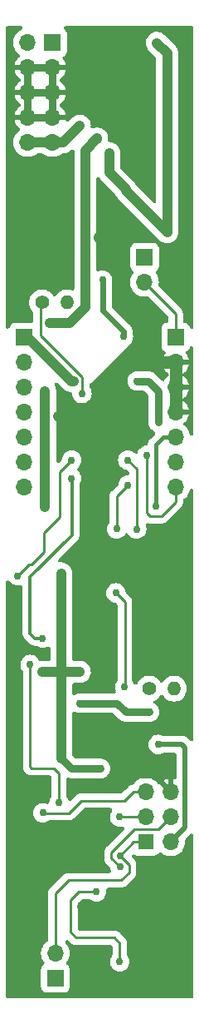
<source format=gbr>
%TF.GenerationSoftware,KiCad,Pcbnew,7.0.8*%
%TF.CreationDate,2024-02-17T17:12:52+11:00*%
%TF.ProjectId,JNTUB,4a4e5455-422e-46b6-9963-61645f706362,rev?*%
%TF.SameCoordinates,Original*%
%TF.FileFunction,Copper,L2,Bot*%
%TF.FilePolarity,Positive*%
%FSLAX46Y46*%
G04 Gerber Fmt 4.6, Leading zero omitted, Abs format (unit mm)*
G04 Created by KiCad (PCBNEW 7.0.8) date 2024-02-17 17:12:52*
%MOMM*%
%LPD*%
G01*
G04 APERTURE LIST*
%TA.AperFunction,ComponentPad*%
%ADD10R,1.700000X1.700000*%
%TD*%
%TA.AperFunction,ComponentPad*%
%ADD11O,1.700000X1.700000*%
%TD*%
%TA.AperFunction,ComponentPad*%
%ADD12C,1.400000*%
%TD*%
%TA.AperFunction,ComponentPad*%
%ADD13O,1.400000X1.400000*%
%TD*%
%TA.AperFunction,ComponentPad*%
%ADD14R,1.600000X1.600000*%
%TD*%
%TA.AperFunction,ViaPad*%
%ADD15C,0.762000*%
%TD*%
%TA.AperFunction,ViaPad*%
%ADD16C,1.016000*%
%TD*%
%TA.AperFunction,ViaPad*%
%ADD17C,0.914400*%
%TD*%
%TA.AperFunction,ViaPad*%
%ADD18C,1.000000*%
%TD*%
%TA.AperFunction,Conductor*%
%ADD19C,1.016000*%
%TD*%
%TA.AperFunction,Conductor*%
%ADD20C,0.609600*%
%TD*%
%TA.AperFunction,Conductor*%
%ADD21C,0.762000*%
%TD*%
%TA.AperFunction,Conductor*%
%ADD22C,1.270000*%
%TD*%
%TA.AperFunction,Conductor*%
%ADD23C,0.508000*%
%TD*%
%TA.AperFunction,Conductor*%
%ADD24C,0.254000*%
%TD*%
%TA.AperFunction,Conductor*%
%ADD25C,0.304800*%
%TD*%
%TA.AperFunction,Conductor*%
%ADD26C,0.406400*%
%TD*%
G04 APERTURE END LIST*
D10*
%TO.P,J11,1,Pin_1*%
%TO.N,/MainBoard/OUT*%
X213487000Y-89662000D03*
D11*
%TO.P,J11,2,Pin_2*%
%TO.N,GNDREF*%
X213487000Y-92202000D03*
%TO.P,J11,3,Pin_3*%
X213487000Y-94742000D03*
%TO.P,J11,4,Pin_4*%
X213487000Y-97282000D03*
%TO.P,J11,5,Pin_5*%
%TO.N,/MainBoard/CLK_LED*%
X213487000Y-99822000D03*
%TO.P,J11,6,Pin_6*%
%TO.N,/MainBoard/CLK_TRG*%
X213487000Y-102362000D03*
%TO.P,J11,7,Pin_7*%
%TO.N,/MainBoard/P1_AVG*%
X213487000Y-104902000D03*
%TD*%
D10*
%TO.P,J10,1,Pin_1*%
%TO.N,+5V*%
X197993000Y-89662000D03*
D11*
%TO.P,J10,2,Pin_2*%
%TO.N,-5V*%
X197993000Y-92202000D03*
%TO.P,J10,3,Pin_3*%
%TO.N,unconnected-(J10-Pin_3-Pad3)*%
X197993000Y-94742000D03*
%TO.P,J10,4,Pin_4*%
%TO.N,/MainBoard/LED_NEG*%
X197993000Y-97282000D03*
%TO.P,J10,5,Pin_5*%
%TO.N,/MainBoard/LED_POS*%
X197993000Y-99822000D03*
%TO.P,J10,6,Pin_6*%
%TO.N,/MainBoard/MCU_ADC2*%
X197993000Y-102362000D03*
%TO.P,J10,7,Pin_7*%
%TO.N,/MainBoard/P2_AVG*%
X197993000Y-104902000D03*
%TD*%
D12*
%TO.P,R23,1*%
%TO.N,/MainBoard/LED_POS*%
X199840000Y-86100000D03*
D13*
%TO.P,R23,2*%
%TO.N,/MainBoard/OUT*%
X202380000Y-86100000D03*
%TD*%
D12*
%TO.P,R19,1*%
%TO.N,+5V*%
X210780000Y-125390000D03*
D13*
%TO.P,R19,2*%
%TO.N,Net-(Q3-C)*%
X213320000Y-125390000D03*
%TD*%
D10*
%TO.P,J9,1,P1*%
%TO.N,Net-(D10-A)*%
X200914000Y-59690000D03*
D11*
%TO.P,J9,2,P2*%
X198374000Y-59690000D03*
%TO.P,J9,3,P3*%
%TO.N,GNDREF*%
X200914000Y-62230000D03*
%TO.P,J9,4,P4*%
X198374000Y-62230000D03*
%TO.P,J9,5,P5*%
X200914000Y-64770000D03*
%TO.P,J9,6,P6*%
X198374000Y-64770000D03*
%TO.P,J9,7,P7*%
X200914000Y-67310000D03*
%TO.P,J9,8,P8*%
X198374000Y-67310000D03*
%TO.P,J9,9,P9*%
%TO.N,Net-(D11-K)*%
X200914000Y-69850000D03*
%TO.P,J9,10,P10*%
X198374000Y-69850000D03*
%TD*%
D10*
%TO.P,JP1,1,1*%
%TO.N,Net-(U2D--)*%
X210312000Y-81534000D03*
D11*
%TO.P,JP1,2,2*%
%TO.N,/MainBoard/OUT*%
X210312000Y-84074000D03*
%TD*%
D14*
%TO.P,J12,1,MISO*%
%TO.N,/MainBoard/MCU_PWM*%
X210439000Y-140970000D03*
D11*
%TO.P,J12,2,VCC*%
%TO.N,+5V*%
X212979000Y-140970000D03*
%TO.P,J12,3,SCK*%
%TO.N,/MainBoard/MCU_ADC1*%
X210439000Y-138430000D03*
%TO.P,J12,4,MOSI*%
%TO.N,/MainBoard/MCU_PB0*%
X212979000Y-138430000D03*
%TO.P,J12,5,~{RST}*%
%TO.N,/MainBoard/MCU_RESET*%
X210439000Y-135890000D03*
%TO.P,J12,6,GND*%
%TO.N,GNDREF*%
X212979000Y-135890000D03*
%TD*%
D10*
%TO.P,JP2,1,1*%
%TO.N,Net-(JP2-Pad1)*%
X201200000Y-154840000D03*
D11*
%TO.P,JP2,2,2*%
%TO.N,/MainBoard/MCU_PWM*%
X201200000Y-152300000D03*
%TD*%
D15*
%TO.N,+12V*%
X211575000Y-59725000D03*
X206725000Y-70925000D03*
X200162523Y-99780000D03*
X200162523Y-95140000D03*
X212625000Y-78975000D03*
X200162523Y-106887477D03*
D16*
%TO.N,GNDREF*%
X213360000Y-113740000D03*
D15*
X204970000Y-97760000D03*
D17*
X205675000Y-79500000D03*
X204978000Y-130167038D03*
D15*
X201491601Y-97682645D03*
D17*
X203708000Y-116649500D03*
X209600000Y-148717000D03*
X203962000Y-147574000D03*
D15*
%TO.N,+5V*%
X201803000Y-132461000D03*
X203073000Y-94107000D03*
X203708000Y-126873000D03*
X210820000Y-127762000D03*
X201803000Y-113665000D03*
X211709000Y-131064000D03*
X199898000Y-123698000D03*
X203708000Y-123698000D03*
X205810000Y-133515001D03*
%TO.N,-12V*%
X211709000Y-98310000D03*
X209550000Y-94107000D03*
%TO.N,-5V*%
X200620000Y-88190000D03*
X205475000Y-69450000D03*
%TO.N,/MainBoard/MCU_ADC2*%
X201570000Y-137010000D03*
X198628000Y-122936000D03*
%TO.N,/MainBoard/MCU_ADC1*%
X207772000Y-138430000D03*
%TO.N,Net-(U2D-+)*%
X208280000Y-125222000D03*
X207391000Y-115660000D03*
D18*
%TO.N,Net-(D11-K)*%
X203700000Y-68125000D03*
D15*
%TO.N,/MainBoard/MCU_PB0*%
X205410000Y-146040000D03*
X207788000Y-143536000D03*
X207772000Y-153162000D03*
%TO.N,Net-(R4-Pad1)*%
X208600000Y-102160000D03*
X209510000Y-109170000D03*
%TO.N,Net-(R10-Pad1)*%
X199898000Y-120269000D03*
X202870000Y-104010000D03*
%TO.N,/MainBoard/MCU_PWM*%
X207790000Y-142370000D03*
%TO.N,/MainBoard/P1_AVG*%
X210550000Y-101670000D03*
%TO.N,/MainBoard/MCU_RESET*%
X199915000Y-138025000D03*
%TO.N,/MainBoard/LED_POS*%
X203920000Y-95380000D03*
%TO.N,/MainBoard/CLK_LED*%
X211455000Y-106807000D03*
%TO.N,Net-(U2D--)*%
X208153000Y-89535000D03*
X206025000Y-83850000D03*
%TO.N,Net-(U2C--)*%
X208630000Y-104690000D03*
X207470000Y-109150000D03*
%TO.N,Net-(U2B--)*%
X202870000Y-102160000D03*
X197358000Y-113919000D03*
%TD*%
D19*
%TO.N,+12V*%
X212625000Y-60775000D02*
X212625000Y-78975000D01*
X200162523Y-99780000D02*
X200162523Y-95140000D01*
X200162523Y-106887477D02*
X200162523Y-99780000D01*
X211575000Y-59725000D02*
X212625000Y-60775000D01*
X208400000Y-74600000D02*
X208400000Y-74750000D01*
X206725000Y-72925000D02*
X208400000Y-74600000D01*
X206725000Y-70925000D02*
X206725000Y-72925000D01*
X208400000Y-74750000D02*
X212625000Y-78975000D01*
D20*
%TO.N,GNDREF*%
X208038997Y-133565999D02*
X208038997Y-130568997D01*
D21*
X198374000Y-64770000D02*
X200914000Y-64770000D01*
D22*
X212523000Y-112903000D02*
X204851000Y-112903000D01*
D19*
X201491601Y-97701601D02*
X201550000Y-97760000D01*
D20*
X208038997Y-130568997D02*
X207683199Y-130213199D01*
D19*
X203974790Y-147561210D02*
X203962000Y-147574000D01*
D22*
X207625000Y-81450000D02*
X207625000Y-85705000D01*
D23*
X211366001Y-134277001D02*
X209296000Y-134277001D01*
D22*
X204970000Y-97760000D02*
X204980000Y-97770000D01*
D21*
X198374000Y-64770000D02*
X198374000Y-67310000D01*
D22*
X207625000Y-85705000D02*
X211201000Y-89281000D01*
X203708000Y-114046000D02*
X203708000Y-116649500D01*
D19*
X209600000Y-148717000D02*
X209296000Y-148717000D01*
D22*
X213360000Y-113740000D02*
X212523000Y-112903000D01*
X205830000Y-95160000D02*
X205830000Y-96900000D01*
X213487000Y-92202000D02*
X211201000Y-92202000D01*
X213487000Y-92202000D02*
X213487000Y-94742000D01*
D19*
X201490000Y-97684246D02*
X201490000Y-97700000D01*
X209296000Y-148717000D02*
X208140210Y-147561210D01*
D21*
X198374000Y-67310000D02*
X200914000Y-67310000D01*
X208038997Y-133565999D02*
X208749999Y-134277001D01*
D19*
X201550000Y-97760000D02*
X204970000Y-97760000D01*
D23*
X212979000Y-135890000D02*
X211366001Y-134277001D01*
D20*
X207683199Y-130213199D02*
X205024161Y-130213199D01*
D19*
X201491601Y-97682645D02*
X201490000Y-97684246D01*
D22*
X204851000Y-112903000D02*
X203708000Y-114046000D01*
X205675000Y-79500000D02*
X207625000Y-81450000D01*
X205830000Y-96900000D02*
X204970000Y-97760000D01*
X204980000Y-112774000D02*
X204851000Y-112903000D01*
D19*
X208140210Y-147561210D02*
X203974790Y-147561210D01*
D20*
X205024161Y-130213199D02*
X204978000Y-130167038D01*
D21*
X198374000Y-62230000D02*
X198374000Y-64770000D01*
D22*
X211201000Y-92202000D02*
X208788000Y-92202000D01*
X213487000Y-97282000D02*
X213487000Y-94742000D01*
D21*
X200914000Y-62230000D02*
X198374000Y-62230000D01*
D19*
X201491601Y-97682645D02*
X201491601Y-97701601D01*
D22*
X211201000Y-89281000D02*
X211201000Y-92202000D01*
D21*
X200914000Y-67310000D02*
X200914000Y-64770000D01*
D22*
X204980000Y-97770000D02*
X204980000Y-112774000D01*
D21*
X208749999Y-134277001D02*
X209296000Y-134277001D01*
D22*
X208788000Y-92202000D02*
X205830000Y-95160000D01*
D21*
X200914000Y-64770000D02*
X200914000Y-62230000D01*
D19*
%TO.N,+5V*%
X201803000Y-114808000D02*
X201803000Y-123952000D01*
D21*
X197993000Y-89662000D02*
X198374000Y-89662000D01*
D23*
X214122000Y-131064000D02*
X214450000Y-131392000D01*
D19*
X198362000Y-89662000D02*
X202807000Y-94107000D01*
X202807000Y-94107000D02*
X203073000Y-94107000D01*
D23*
X214450000Y-131392000D02*
X214450000Y-139499000D01*
D19*
X201803000Y-114808000D02*
X201803000Y-113665000D01*
D21*
X205810000Y-133515001D02*
X202857001Y-133515001D01*
D19*
X199898000Y-123698000D02*
X201803000Y-123698000D01*
D23*
X211709000Y-131064000D02*
X214122000Y-131064000D01*
D21*
X202857001Y-133515001D02*
X201803000Y-132461000D01*
D19*
X201803000Y-123952000D02*
X201803000Y-132461000D01*
X197993000Y-89662000D02*
X198362000Y-89662000D01*
X201803000Y-123698000D02*
X203708000Y-123698000D01*
D21*
X208407000Y-127762000D02*
X210820000Y-127762000D01*
X207518000Y-126873000D02*
X208407000Y-127762000D01*
X203708000Y-126873000D02*
X207518000Y-126873000D01*
D23*
X214450000Y-139499000D02*
X212979000Y-140970000D01*
D21*
%TO.N,-12V*%
X211709000Y-98310000D02*
X211709000Y-95123000D01*
X211709000Y-95123000D02*
X210693000Y-94107000D01*
X210693000Y-94107000D02*
X209550000Y-94107000D01*
D19*
%TO.N,-5V*%
X205450000Y-69475000D02*
X205450000Y-69475000D01*
X205450000Y-69475000D02*
X205475000Y-69450000D01*
X200620000Y-88190000D02*
X202700000Y-88190000D01*
X204260000Y-86630000D02*
X204260000Y-70665000D01*
X202700000Y-88190000D02*
X204260000Y-86630000D01*
X204260000Y-70665000D02*
X205475000Y-69450000D01*
D24*
%TO.N,/MainBoard/MCU_ADC2*%
X201570000Y-137010000D02*
X201549000Y-136989000D01*
X201549000Y-136989000D02*
X201549000Y-133985000D01*
X198755000Y-133477000D02*
X198628000Y-133350000D01*
X201549000Y-133985000D02*
X201041000Y-133477000D01*
X201041000Y-133477000D02*
X198755000Y-133477000D01*
X198628000Y-133350000D02*
X198628000Y-122936000D01*
%TO.N,/MainBoard/MCU_ADC1*%
X210439000Y-138430000D02*
X207772000Y-138430000D01*
%TO.N,Net-(U2D-+)*%
X207391000Y-115660000D02*
X208300000Y-116569000D01*
X208300000Y-116569000D02*
X208300000Y-125202000D01*
X208300000Y-125202000D02*
X208280000Y-125222000D01*
D19*
%TO.N,Net-(D11-K)*%
X203700000Y-68125000D02*
X201975000Y-69850000D01*
X201975000Y-69850000D02*
X200914000Y-69850000D01*
X198374000Y-69850000D02*
X200914000Y-69850000D01*
D24*
%TO.N,/MainBoard/MCU_PB0*%
X205400000Y-146050000D02*
X205410000Y-146040000D01*
X207255000Y-150740000D02*
X203318000Y-150740000D01*
X203581000Y-146050000D02*
X205400000Y-146050000D01*
X206936000Y-142684000D02*
X206936000Y-142029000D01*
X202759201Y-146871799D02*
X203581000Y-146050000D01*
X207772000Y-153162000D02*
X207772000Y-151257000D01*
X211697199Y-139711801D02*
X212979000Y-138430000D01*
X207788000Y-143536000D02*
X206936000Y-142684000D01*
X207772000Y-151257000D02*
X207255000Y-150740000D01*
X205420000Y-146050000D02*
X205486000Y-146050000D01*
X203318000Y-150740000D02*
X202759201Y-150181201D01*
X209253199Y-139711801D02*
X211697199Y-139711801D01*
X202759201Y-150181201D02*
X202759201Y-146871799D01*
X206936000Y-142029000D02*
X209253199Y-139711801D01*
X205410000Y-146040000D02*
X205420000Y-146050000D01*
%TO.N,Net-(R4-Pad1)*%
X209510000Y-109170000D02*
X209510000Y-103070000D01*
X209510000Y-103070000D02*
X208600000Y-102160000D01*
D25*
%TO.N,Net-(R10-Pad1)*%
X199136000Y-120269000D02*
X199898000Y-120269000D01*
X202870000Y-104010000D02*
X202880000Y-104020000D01*
X202880000Y-109794000D02*
X198628000Y-114046000D01*
X198628000Y-114046000D02*
X198628000Y-119761000D01*
X198628000Y-119761000D02*
X199136000Y-120269000D01*
X202880000Y-104020000D02*
X202880000Y-109794000D01*
D24*
%TO.N,/MainBoard/MCU_PWM*%
X202552000Y-144877000D02*
X201200000Y-146229000D01*
X207790000Y-142370000D02*
X209190000Y-140970000D01*
X207790000Y-142370000D02*
X208723000Y-143303000D01*
X208723000Y-144095000D02*
X207941000Y-144877000D01*
X201200000Y-146229000D02*
X201200000Y-152300000D01*
X207941000Y-144877000D02*
X202552000Y-144877000D01*
X208723000Y-143303000D02*
X208723000Y-144095000D01*
X209190000Y-140970000D02*
X210439000Y-140970000D01*
%TO.N,/MainBoard/OUT*%
X210312000Y-84074000D02*
X213487000Y-87249000D01*
X213487000Y-87249000D02*
X213487000Y-89662000D01*
%TO.N,/MainBoard/P1_AVG*%
X210530000Y-107530000D02*
X210850000Y-107850000D01*
X212070000Y-107850000D02*
X213487000Y-106433000D01*
X210530000Y-101690000D02*
X210530000Y-107530000D01*
X210850000Y-107850000D02*
X212070000Y-107850000D01*
X213487000Y-106433000D02*
X213487000Y-104902000D01*
X210550000Y-101670000D02*
X210530000Y-101690000D01*
%TO.N,/MainBoard/MCU_RESET*%
X202564000Y-138050000D02*
X203835000Y-136779000D01*
X199915000Y-138025000D02*
X199940000Y-138050000D01*
X203835000Y-136779000D02*
X208280000Y-136779000D01*
X209169000Y-135890000D02*
X210439000Y-135890000D01*
X208280000Y-136779000D02*
X209169000Y-135890000D01*
X199940000Y-138050000D02*
X202564000Y-138050000D01*
%TO.N,/MainBoard/LED_POS*%
X199690000Y-89510000D02*
X203920000Y-93740000D01*
X199840000Y-86100000D02*
X199690000Y-86250000D01*
X199690000Y-86250000D02*
X199690000Y-89510000D01*
X203920000Y-93740000D02*
X203920000Y-95380000D01*
D26*
%TO.N,/MainBoard/CLK_LED*%
X211455000Y-100584000D02*
X212217000Y-99822000D01*
X212217000Y-99822000D02*
X213487000Y-99822000D01*
X211455000Y-106807000D02*
X211455000Y-100584000D01*
D20*
%TO.N,Net-(U2D--)*%
X206025000Y-83850000D02*
X206025000Y-86925000D01*
X206025000Y-86925000D02*
X208153000Y-89053000D01*
X208153000Y-89053000D02*
X208153000Y-89535000D01*
D24*
%TO.N,Net-(U2C--)*%
X208630000Y-104690000D02*
X207470000Y-105850000D01*
X207470000Y-109150000D02*
X207470000Y-109110000D01*
X207470000Y-105850000D02*
X207470000Y-109150000D01*
%TO.N,Net-(U2B--)*%
X200025000Y-111506000D02*
X198755000Y-112776000D01*
X202870000Y-102160000D02*
X201630000Y-103400000D01*
X201630000Y-103400000D02*
X201630000Y-107913600D01*
X198501000Y-112776000D02*
X197358000Y-113919000D01*
X200025000Y-109518600D02*
X200025000Y-111506000D01*
X198755000Y-112776000D02*
X198501000Y-112776000D01*
X201630000Y-107913600D02*
X200025000Y-109518600D01*
%TD*%
%TA.AperFunction,Conductor*%
%TO.N,GNDREF*%
G36*
X196491770Y-114432347D02*
G01*
X196522377Y-114465648D01*
X196523641Y-114464611D01*
X196529943Y-114472290D01*
X196653795Y-114623205D01*
X196804710Y-114747057D01*
X196885575Y-114790280D01*
X196976884Y-114839087D01*
X196976887Y-114839088D01*
X197163710Y-114895760D01*
X197202568Y-114899587D01*
X197357996Y-114914896D01*
X197358000Y-114914896D01*
X197358004Y-114914896D01*
X197487526Y-114902138D01*
X197552290Y-114895760D01*
X197589778Y-114884387D01*
X197604604Y-114879891D01*
X197694370Y-114873585D01*
X197777983Y-114906853D01*
X197838881Y-114973103D01*
X197865003Y-115059216D01*
X197865500Y-115073384D01*
X197865500Y-119690722D01*
X197863365Y-119720028D01*
X197860634Y-119738671D01*
X197865115Y-119789896D01*
X197865500Y-119798711D01*
X197865500Y-119805414D01*
X197869368Y-119838510D01*
X197876168Y-119916234D01*
X197878432Y-119927203D01*
X197881003Y-119938046D01*
X197907690Y-120011369D01*
X197932234Y-120085440D01*
X197936948Y-120095549D01*
X197941964Y-120105535D01*
X197941966Y-120105539D01*
X197984848Y-120170738D01*
X198025812Y-120237149D01*
X198025813Y-120237150D01*
X198025815Y-120237153D01*
X198032736Y-120245906D01*
X198039916Y-120254463D01*
X198096683Y-120308020D01*
X198547135Y-120758473D01*
X198566345Y-120780701D01*
X198577603Y-120795823D01*
X198577608Y-120795828D01*
X198616989Y-120828872D01*
X198623496Y-120834834D01*
X198628237Y-120839575D01*
X198654378Y-120860244D01*
X198714143Y-120910394D01*
X198723466Y-120916525D01*
X198732973Y-120922390D01*
X198732980Y-120922395D01*
X198803711Y-120955377D01*
X198839209Y-120973205D01*
X198873436Y-120990395D01*
X198883931Y-120994214D01*
X198894519Y-120997723D01*
X198894523Y-120997724D01*
X198894526Y-120997725D01*
X198970938Y-121013502D01*
X198996251Y-121019501D01*
X199046875Y-121031500D01*
X199057950Y-121032794D01*
X199069090Y-121033768D01*
X199069091Y-121033769D01*
X199069091Y-121033768D01*
X199069092Y-121033769D01*
X199147076Y-121031500D01*
X199192480Y-121031500D01*
X199280211Y-121051524D01*
X199320754Y-121077397D01*
X199344710Y-121097057D01*
X199516884Y-121189087D01*
X199516887Y-121189088D01*
X199703710Y-121245760D01*
X199742568Y-121249587D01*
X199897996Y-121264896D01*
X199898000Y-121264896D01*
X199898004Y-121264896D01*
X200027526Y-121252138D01*
X200092290Y-121245760D01*
X200279113Y-121189088D01*
X200387383Y-121131215D01*
X200474194Y-121107519D01*
X200562690Y-121123835D01*
X200635343Y-121176932D01*
X200677763Y-121256293D01*
X200684900Y-121309540D01*
X200684900Y-122377700D01*
X200664876Y-122465431D01*
X200608770Y-122535786D01*
X200527694Y-122574830D01*
X200482700Y-122579900D01*
X199844725Y-122579900D01*
X199709274Y-122592834D01*
X199620036Y-122581240D01*
X199544667Y-122532075D01*
X199511732Y-122486870D01*
X199456057Y-122382710D01*
X199332205Y-122231795D01*
X199181290Y-122107943D01*
X199170844Y-122102359D01*
X199009115Y-122015912D01*
X199009109Y-122015910D01*
X198822288Y-121959239D01*
X198628004Y-121940104D01*
X198627996Y-121940104D01*
X198433711Y-121959239D01*
X198246890Y-122015910D01*
X198246884Y-122015912D01*
X198074711Y-122107942D01*
X197923795Y-122231795D01*
X197799942Y-122382711D01*
X197707912Y-122554884D01*
X197707910Y-122554890D01*
X197651239Y-122741711D01*
X197632104Y-122935995D01*
X197632104Y-122936004D01*
X197651239Y-123130288D01*
X197707910Y-123317109D01*
X197707912Y-123317115D01*
X197794359Y-123478844D01*
X197799943Y-123489290D01*
X197840045Y-123538155D01*
X197845003Y-123544196D01*
X197885180Y-123624716D01*
X197890900Y-123672470D01*
X197890900Y-133281572D01*
X197888765Y-133310877D01*
X197886196Y-133328414D01*
X197890515Y-133377789D01*
X197890900Y-133386604D01*
X197890900Y-133392930D01*
X197890899Y-133392930D01*
X197894637Y-133424907D01*
X197901213Y-133500070D01*
X197903391Y-133510616D01*
X197905887Y-133521149D01*
X197931682Y-133592021D01*
X197955412Y-133663630D01*
X197960001Y-133673472D01*
X197964818Y-133683062D01*
X198006267Y-133746082D01*
X198045869Y-133810285D01*
X198052583Y-133818776D01*
X198059501Y-133827021D01*
X198114363Y-133878780D01*
X198185406Y-133949823D01*
X198204614Y-133972049D01*
X198215203Y-133986272D01*
X198233942Y-134001996D01*
X198253164Y-134018126D01*
X198259670Y-134024087D01*
X198264148Y-134028565D01*
X198289408Y-134048538D01*
X198347199Y-134097031D01*
X198347203Y-134097033D01*
X198356240Y-134102977D01*
X198365401Y-134108627D01*
X198365404Y-134108628D01*
X198365405Y-134108629D01*
X198433762Y-134140504D01*
X198501181Y-134174363D01*
X198501186Y-134174364D01*
X198511347Y-134178063D01*
X198521568Y-134181449D01*
X198521569Y-134181449D01*
X198521571Y-134181450D01*
X198595427Y-134196699D01*
X198668845Y-134214100D01*
X198679527Y-134215348D01*
X198690319Y-134216292D01*
X198690320Y-134216293D01*
X198690320Y-134216292D01*
X198690321Y-134216293D01*
X198765697Y-134214100D01*
X200609700Y-134214100D01*
X200697431Y-134234124D01*
X200767786Y-134290230D01*
X200806830Y-134371306D01*
X200811900Y-134416300D01*
X200811900Y-136299118D01*
X200791876Y-136386849D01*
X200766004Y-136427391D01*
X200741941Y-136456711D01*
X200649912Y-136628884D01*
X200649910Y-136628890D01*
X200593239Y-136815711D01*
X200580948Y-136940503D01*
X200552421Y-137025850D01*
X200489689Y-137090366D01*
X200405177Y-137121275D01*
X200315622Y-137112455D01*
X200302346Y-137107493D01*
X200296116Y-137104912D01*
X200109288Y-137048239D01*
X199915004Y-137029104D01*
X199914996Y-137029104D01*
X199720711Y-137048239D01*
X199533890Y-137104910D01*
X199533884Y-137104912D01*
X199361711Y-137196942D01*
X199210795Y-137320795D01*
X199086942Y-137471711D01*
X198994912Y-137643884D01*
X198994910Y-137643890D01*
X198938239Y-137830711D01*
X198919104Y-138024995D01*
X198919104Y-138025004D01*
X198938239Y-138219288D01*
X198994910Y-138406109D01*
X198994912Y-138406115D01*
X199079110Y-138563636D01*
X199086943Y-138578290D01*
X199210795Y-138729205D01*
X199361710Y-138853057D01*
X199442575Y-138896280D01*
X199533884Y-138945087D01*
X199533887Y-138945088D01*
X199720710Y-139001760D01*
X199759568Y-139005587D01*
X199914996Y-139020896D01*
X199915000Y-139020896D01*
X199915004Y-139020896D01*
X200044526Y-139008138D01*
X200109290Y-139001760D01*
X200296113Y-138945088D01*
X200468290Y-138853057D01*
X200492733Y-138832996D01*
X200573253Y-138792820D01*
X200621007Y-138787100D01*
X202495572Y-138787100D01*
X202524877Y-138789234D01*
X202542416Y-138791804D01*
X202576198Y-138788848D01*
X202591790Y-138787485D01*
X202600604Y-138787100D01*
X202606933Y-138787100D01*
X202622919Y-138785231D01*
X202638907Y-138783362D01*
X202714069Y-138776787D01*
X202714077Y-138776784D01*
X202724648Y-138774601D01*
X202735145Y-138772114D01*
X202806022Y-138746316D01*
X202877633Y-138722587D01*
X202877641Y-138722581D01*
X202887443Y-138718011D01*
X202897051Y-138713184D01*
X202897062Y-138713181D01*
X202960082Y-138671731D01*
X203024288Y-138632129D01*
X203024290Y-138632126D01*
X203024293Y-138632125D01*
X203032737Y-138625448D01*
X203041021Y-138618496D01*
X203041024Y-138618495D01*
X203092780Y-138563636D01*
X203437128Y-138219288D01*
X204081094Y-137575323D01*
X204157289Y-137527447D01*
X204224071Y-137516100D01*
X206812372Y-137516100D01*
X206900103Y-137536124D01*
X206970458Y-137592230D01*
X207009502Y-137673306D01*
X207009502Y-137763294D01*
X206970458Y-137844370D01*
X206968675Y-137846574D01*
X206943942Y-137876711D01*
X206851912Y-138048884D01*
X206851910Y-138048890D01*
X206795239Y-138235711D01*
X206776104Y-138429995D01*
X206776104Y-138430004D01*
X206795239Y-138624288D01*
X206851910Y-138811109D01*
X206851912Y-138811115D01*
X206923523Y-138945087D01*
X206943943Y-138983290D01*
X207067795Y-139134205D01*
X207218710Y-139258057D01*
X207299575Y-139301280D01*
X207390884Y-139350087D01*
X207390887Y-139350088D01*
X207577710Y-139406760D01*
X207616568Y-139410587D01*
X207771996Y-139425896D01*
X207772000Y-139425896D01*
X207772004Y-139425896D01*
X207966286Y-139406761D01*
X207966288Y-139406760D01*
X207966290Y-139406760D01*
X207982634Y-139401801D01*
X208072400Y-139395495D01*
X208156013Y-139428760D01*
X208216912Y-139495010D01*
X208243036Y-139581122D01*
X208229210Y-139670041D01*
X208184310Y-139738271D01*
X206463175Y-141459406D01*
X206440951Y-141478612D01*
X206426733Y-141489197D01*
X206426730Y-141489200D01*
X206394873Y-141527164D01*
X206388926Y-141533654D01*
X206384445Y-141538136D01*
X206384433Y-141538150D01*
X206364461Y-141563408D01*
X206315968Y-141621198D01*
X206310059Y-141630182D01*
X206304369Y-141639407D01*
X206272494Y-141707763D01*
X206238634Y-141775186D01*
X206234944Y-141785322D01*
X206231550Y-141795568D01*
X206216296Y-141869440D01*
X206198900Y-141942842D01*
X206197646Y-141953571D01*
X206196705Y-141964321D01*
X206198900Y-142039716D01*
X206198900Y-142615572D01*
X206196765Y-142644877D01*
X206194196Y-142662414D01*
X206198515Y-142711789D01*
X206198900Y-142720604D01*
X206198900Y-142726930D01*
X206198899Y-142726930D01*
X206202637Y-142758907D01*
X206209213Y-142834070D01*
X206211391Y-142844616D01*
X206213887Y-142855149D01*
X206239682Y-142926021D01*
X206263412Y-142997630D01*
X206268001Y-143007472D01*
X206272818Y-143017062D01*
X206314267Y-143080082D01*
X206353869Y-143144285D01*
X206360583Y-143152776D01*
X206367501Y-143161021D01*
X206422363Y-143212780D01*
X206746028Y-143536445D01*
X206793904Y-143612640D01*
X206804277Y-143659602D01*
X206811238Y-143730285D01*
X206856352Y-143879005D01*
X206862656Y-143968771D01*
X206829389Y-144052384D01*
X206763138Y-144113281D01*
X206677025Y-144139403D01*
X206662858Y-144139900D01*
X202620429Y-144139900D01*
X202591123Y-144137765D01*
X202573585Y-144135196D01*
X202524210Y-144139515D01*
X202515396Y-144139900D01*
X202509066Y-144139900D01*
X202485085Y-144142702D01*
X202477091Y-144143637D01*
X202465402Y-144144659D01*
X202401937Y-144150212D01*
X202401933Y-144150212D01*
X202401931Y-144150213D01*
X202401929Y-144150213D01*
X202391374Y-144152393D01*
X202380855Y-144154886D01*
X202309977Y-144180683D01*
X202238367Y-144204413D01*
X202228561Y-144208985D01*
X202218935Y-144213820D01*
X202172309Y-144244486D01*
X202155909Y-144255273D01*
X202141287Y-144264292D01*
X202091719Y-144294866D01*
X202083233Y-144301575D01*
X202074974Y-144308506D01*
X202023203Y-144363380D01*
X200727175Y-145659406D01*
X200704951Y-145678612D01*
X200690733Y-145689197D01*
X200690730Y-145689200D01*
X200658873Y-145727164D01*
X200652926Y-145733654D01*
X200648445Y-145738136D01*
X200648433Y-145738150D01*
X200628461Y-145763408D01*
X200579968Y-145821198D01*
X200574059Y-145830182D01*
X200568369Y-145839407D01*
X200536494Y-145907763D01*
X200502634Y-145975186D01*
X200498944Y-145985322D01*
X200495550Y-145995568D01*
X200480296Y-146069440D01*
X200462900Y-146142842D01*
X200461646Y-146153571D01*
X200460705Y-146164321D01*
X200462900Y-146239716D01*
X200462900Y-150924617D01*
X200442876Y-151012348D01*
X200386770Y-151082703D01*
X200384894Y-151084181D01*
X200207715Y-151222085D01*
X200207712Y-151222087D01*
X200207712Y-151222088D01*
X200205203Y-151224814D01*
X200043826Y-151400114D01*
X199911483Y-151602681D01*
X199911475Y-151602695D01*
X199814279Y-151824279D01*
X199754877Y-152058855D01*
X199734896Y-152299994D01*
X199734896Y-152300005D01*
X199754877Y-152541144D01*
X199814279Y-152775720D01*
X199911475Y-152997304D01*
X199911479Y-152997312D01*
X200043827Y-153199886D01*
X200048401Y-153206887D01*
X200047016Y-153207791D01*
X200080651Y-153279800D01*
X200079587Y-153369781D01*
X200039587Y-153450390D01*
X199985932Y-153496501D01*
X199973094Y-153504093D01*
X199864094Y-153613093D01*
X199785628Y-153745773D01*
X199742623Y-153893794D01*
X199742622Y-153893801D01*
X199739900Y-153928390D01*
X199739901Y-155751606D01*
X199739901Y-155751607D01*
X199742621Y-155786197D01*
X199785627Y-155934225D01*
X199785628Y-155934226D01*
X199864095Y-156066907D01*
X199973093Y-156175905D01*
X200105774Y-156254372D01*
X200253801Y-156297378D01*
X200288387Y-156300100D01*
X200288389Y-156300099D01*
X200288390Y-156300100D01*
X200896128Y-156300099D01*
X202111612Y-156300099D01*
X202146199Y-156297378D01*
X202294226Y-156254372D01*
X202426907Y-156175905D01*
X202535905Y-156066907D01*
X202614372Y-155934226D01*
X202657378Y-155786199D01*
X202660100Y-155751613D01*
X202660099Y-153928388D01*
X202657378Y-153893801D01*
X202614372Y-153745774D01*
X202535905Y-153613093D01*
X202426907Y-153504095D01*
X202426906Y-153504094D01*
X202414070Y-153496503D01*
X202348749Y-153434609D01*
X202316751Y-153350502D01*
X202324415Y-153260842D01*
X202352557Y-153207513D01*
X202351599Y-153206887D01*
X202356173Y-153199886D01*
X202488521Y-152997312D01*
X202585721Y-152775718D01*
X202645122Y-152541148D01*
X202665104Y-152300000D01*
X202645122Y-152058852D01*
X202585721Y-151824282D01*
X202488521Y-151602688D01*
X202356173Y-151400114D01*
X202265073Y-151301153D01*
X202220387Y-151223047D01*
X202214016Y-151133285D01*
X202247221Y-151049648D01*
X202313427Y-150988701D01*
X202399520Y-150962516D01*
X202488449Y-150976277D01*
X202556814Y-151021231D01*
X202748406Y-151212823D01*
X202767614Y-151235049D01*
X202778203Y-151249272D01*
X202796942Y-151264996D01*
X202816164Y-151281126D01*
X202822670Y-151287087D01*
X202827148Y-151291565D01*
X202852408Y-151311538D01*
X202910199Y-151360031D01*
X202910203Y-151360033D01*
X202919240Y-151365977D01*
X202928401Y-151371627D01*
X202928404Y-151371628D01*
X202928405Y-151371629D01*
X202996762Y-151403504D01*
X203064181Y-151437363D01*
X203064186Y-151437364D01*
X203074347Y-151441063D01*
X203084568Y-151444449D01*
X203084569Y-151444449D01*
X203084571Y-151444450D01*
X203158427Y-151459699D01*
X203231845Y-151477100D01*
X203242527Y-151478348D01*
X203253319Y-151479292D01*
X203253320Y-151479293D01*
X203253320Y-151479292D01*
X203253321Y-151479293D01*
X203328697Y-151477100D01*
X206832700Y-151477100D01*
X206920431Y-151497124D01*
X206990786Y-151553230D01*
X207029830Y-151634306D01*
X207034900Y-151679300D01*
X207034900Y-152425529D01*
X207014876Y-152513260D01*
X206989004Y-152553802D01*
X206943941Y-152608711D01*
X206851912Y-152780884D01*
X206851910Y-152780890D01*
X206795239Y-152967711D01*
X206776104Y-153161995D01*
X206776104Y-153162004D01*
X206795239Y-153356288D01*
X206851910Y-153543109D01*
X206851912Y-153543115D01*
X206889317Y-153613093D01*
X206943943Y-153715290D01*
X207067795Y-153866205D01*
X207218710Y-153990057D01*
X207299575Y-154033280D01*
X207390884Y-154082087D01*
X207390887Y-154082088D01*
X207577710Y-154138760D01*
X207616568Y-154142587D01*
X207771996Y-154157896D01*
X207772000Y-154157896D01*
X207772004Y-154157896D01*
X207901526Y-154145138D01*
X207966290Y-154138760D01*
X208153113Y-154082088D01*
X208325290Y-153990057D01*
X208476205Y-153866205D01*
X208600057Y-153715290D01*
X208692088Y-153543113D01*
X208748760Y-153356290D01*
X208763386Y-153207791D01*
X208767896Y-153162004D01*
X208767896Y-153161995D01*
X208748760Y-152967711D01*
X208692089Y-152780890D01*
X208692087Y-152780884D01*
X208600058Y-152608711D01*
X208554996Y-152553802D01*
X208514820Y-152473281D01*
X208509100Y-152425529D01*
X208509100Y-151325427D01*
X208511235Y-151296120D01*
X208511902Y-151291566D01*
X208513804Y-151278584D01*
X208509996Y-151235051D01*
X208509485Y-151229208D01*
X208509100Y-151220393D01*
X208509100Y-151214066D01*
X208505362Y-151182095D01*
X208501092Y-151133285D01*
X208498787Y-151106930D01*
X208498785Y-151106925D01*
X208496609Y-151096388D01*
X208494114Y-151085860D01*
X208494114Y-151085856D01*
X208468318Y-151014981D01*
X208444587Y-150943367D01*
X208444585Y-150943363D01*
X208440011Y-150933555D01*
X208435179Y-150923934D01*
X208393732Y-150860917D01*
X208373930Y-150828814D01*
X208354129Y-150796712D01*
X208354124Y-150796707D01*
X208347458Y-150788275D01*
X208340497Y-150779980D01*
X208340495Y-150779976D01*
X208285636Y-150728219D01*
X207824593Y-150267176D01*
X207805382Y-150244946D01*
X207794798Y-150230730D01*
X207794799Y-150230730D01*
X207756834Y-150198873D01*
X207750329Y-150192912D01*
X207745853Y-150188436D01*
X207720591Y-150168461D01*
X207671778Y-150127502D01*
X207662801Y-150119969D01*
X207662796Y-150119966D01*
X207653810Y-150114055D01*
X207644598Y-150108373D01*
X207644595Y-150108371D01*
X207644591Y-150108369D01*
X207644586Y-150108366D01*
X207576237Y-150076495D01*
X207508820Y-150042637D01*
X207498666Y-150038941D01*
X207488434Y-150035551D01*
X207478394Y-150033477D01*
X207414558Y-150020296D01*
X207397161Y-150016173D01*
X207341154Y-150002899D01*
X207330426Y-150001645D01*
X207319679Y-150000705D01*
X207244283Y-150002900D01*
X203707071Y-150002900D01*
X203619340Y-149982876D01*
X203564094Y-149943677D01*
X203555524Y-149935107D01*
X203507648Y-149858912D01*
X203496301Y-149792130D01*
X203496301Y-147260870D01*
X203516325Y-147173139D01*
X203555524Y-147117893D01*
X203827094Y-146846323D01*
X203903289Y-146798447D01*
X203970071Y-146787100D01*
X204685715Y-146787100D01*
X204773446Y-146807124D01*
X204813989Y-146832997D01*
X204856710Y-146868057D01*
X204937575Y-146911280D01*
X205028884Y-146960087D01*
X205028887Y-146960088D01*
X205215710Y-147016760D01*
X205254568Y-147020587D01*
X205409996Y-147035896D01*
X205410000Y-147035896D01*
X205410004Y-147035896D01*
X205539526Y-147023138D01*
X205604290Y-147016760D01*
X205791113Y-146960088D01*
X205963290Y-146868057D01*
X206114205Y-146744205D01*
X206238057Y-146593290D01*
X206330088Y-146421113D01*
X206386760Y-146234290D01*
X206395767Y-146142842D01*
X206405896Y-146040004D01*
X206405896Y-146039995D01*
X206385816Y-145836119D01*
X206397144Y-145746847D01*
X206446084Y-145671332D01*
X206522943Y-145624529D01*
X206587042Y-145614100D01*
X207872572Y-145614100D01*
X207901877Y-145616234D01*
X207919416Y-145618804D01*
X207953198Y-145615848D01*
X207968790Y-145614485D01*
X207977604Y-145614100D01*
X207983933Y-145614100D01*
X207999919Y-145612231D01*
X208015907Y-145610362D01*
X208091069Y-145603787D01*
X208091077Y-145603784D01*
X208101648Y-145601601D01*
X208112145Y-145599114D01*
X208183022Y-145573316D01*
X208254633Y-145549587D01*
X208254641Y-145549581D01*
X208264443Y-145545011D01*
X208274051Y-145540184D01*
X208274062Y-145540181D01*
X208337082Y-145498731D01*
X208401288Y-145459129D01*
X208401290Y-145459126D01*
X208401293Y-145459125D01*
X208409737Y-145452448D01*
X208418021Y-145445496D01*
X208418024Y-145445495D01*
X208469780Y-145390636D01*
X209195827Y-144664588D01*
X209218051Y-144645383D01*
X209232272Y-144634797D01*
X209264142Y-144596815D01*
X209270071Y-144590344D01*
X209274565Y-144585852D01*
X209294538Y-144560591D01*
X209343031Y-144502801D01*
X209343035Y-144502794D01*
X209348949Y-144493801D01*
X209354624Y-144484601D01*
X209354629Y-144484595D01*
X209386504Y-144416237D01*
X209420363Y-144348819D01*
X209420364Y-144348813D01*
X209424046Y-144338699D01*
X209427447Y-144328433D01*
X209427450Y-144328429D01*
X209442703Y-144254558D01*
X209460100Y-144181155D01*
X209460100Y-144181149D01*
X209461350Y-144170458D01*
X209462292Y-144159685D01*
X209462294Y-144159680D01*
X209462154Y-144154886D01*
X209460100Y-144084283D01*
X209460100Y-143371427D01*
X209462235Y-143342120D01*
X209464804Y-143324584D01*
X209462191Y-143294725D01*
X209460485Y-143275208D01*
X209460100Y-143266393D01*
X209460100Y-143260066D01*
X209456362Y-143228094D01*
X209456362Y-143228092D01*
X209449787Y-143152931D01*
X209449785Y-143152926D01*
X209447604Y-143142365D01*
X209445114Y-143131858D01*
X209445114Y-143131856D01*
X209419316Y-143060977D01*
X209404764Y-143017062D01*
X209395588Y-142989369D01*
X209391013Y-142979560D01*
X209386179Y-142969934D01*
X209344732Y-142906917D01*
X209312797Y-142855144D01*
X209305129Y-142842712D01*
X209305124Y-142842707D01*
X209298458Y-142834275D01*
X209291497Y-142825980D01*
X209291495Y-142825976D01*
X209236636Y-142774219D01*
X209063063Y-142600646D01*
X209015187Y-142524451D01*
X209005111Y-142435030D01*
X209034832Y-142350092D01*
X209098463Y-142286461D01*
X209183401Y-142256740D01*
X209272822Y-142266816D01*
X209308968Y-142283627D01*
X209356444Y-142311704D01*
X209394774Y-142334372D01*
X209542801Y-142377378D01*
X209577387Y-142380100D01*
X209577389Y-142380099D01*
X209577390Y-142380100D01*
X210151795Y-142380099D01*
X211300612Y-142380099D01*
X211335199Y-142377378D01*
X211483226Y-142334372D01*
X211615907Y-142255905D01*
X211724905Y-142146907D01*
X211730574Y-142137322D01*
X211792466Y-142071999D01*
X211876571Y-142039999D01*
X211966232Y-142047660D01*
X212028810Y-142080678D01*
X212177664Y-142196536D01*
X212338594Y-142283627D01*
X212390476Y-142311704D01*
X212390479Y-142311705D01*
X212581773Y-142377376D01*
X212619338Y-142390272D01*
X212619340Y-142390272D01*
X212619346Y-142390274D01*
X212778646Y-142416856D01*
X212858013Y-142430100D01*
X212858017Y-142430100D01*
X213099983Y-142430100D01*
X213099987Y-142430100D01*
X213219324Y-142410186D01*
X213338653Y-142390274D01*
X213338656Y-142390272D01*
X213338662Y-142390272D01*
X213567526Y-142311703D01*
X213780336Y-142196536D01*
X213971288Y-142047912D01*
X214135173Y-141869886D01*
X214267521Y-141667312D01*
X214364721Y-141445718D01*
X214424122Y-141211148D01*
X214444104Y-140970000D01*
X214433242Y-140838919D01*
X214445952Y-140749836D01*
X214491772Y-140679248D01*
X214971323Y-140199698D01*
X215047518Y-140151822D01*
X215136939Y-140141746D01*
X215221877Y-140171467D01*
X215285508Y-140235098D01*
X215315229Y-140320036D01*
X215316500Y-140342675D01*
X215316500Y-156694300D01*
X215296476Y-156782031D01*
X215240370Y-156852386D01*
X215159294Y-156891430D01*
X215114300Y-156896500D01*
X196365700Y-156896500D01*
X196277969Y-156876476D01*
X196207614Y-156820370D01*
X196168570Y-156739294D01*
X196163500Y-156694300D01*
X196163500Y-114590433D01*
X196183524Y-114502702D01*
X196239630Y-114432347D01*
X196320706Y-114393303D01*
X196410694Y-114393303D01*
X196491770Y-114432347D01*
G37*
%TD.AperFunction*%
%TA.AperFunction,Conductor*%
G36*
X215202031Y-58007524D02*
G01*
X215272386Y-58063630D01*
X215311430Y-58144706D01*
X215316500Y-58189700D01*
X215316500Y-88575923D01*
X215296476Y-88663654D01*
X215240370Y-88734009D01*
X215159294Y-88773053D01*
X215069306Y-88773053D01*
X214988230Y-88734009D01*
X214932124Y-88663654D01*
X214920129Y-88632336D01*
X214916136Y-88618593D01*
X214901372Y-88567774D01*
X214822905Y-88435093D01*
X214713907Y-88326095D01*
X214713906Y-88326094D01*
X214581226Y-88247628D01*
X214433205Y-88204623D01*
X214433191Y-88204620D01*
X214410430Y-88202829D01*
X214324541Y-88175981D01*
X214258807Y-88114526D01*
X214226246Y-88030636D01*
X214224100Y-88001253D01*
X214224100Y-87317427D01*
X214226235Y-87288120D01*
X214228804Y-87270584D01*
X214226191Y-87240725D01*
X214224485Y-87221208D01*
X214224100Y-87212393D01*
X214224100Y-87206066D01*
X214220362Y-87174094D01*
X214218203Y-87149415D01*
X214213787Y-87098931D01*
X214213785Y-87098926D01*
X214211604Y-87088365D01*
X214209114Y-87077858D01*
X214209114Y-87077856D01*
X214183316Y-87006977D01*
X214183137Y-87006438D01*
X214159588Y-86935369D01*
X214155013Y-86925560D01*
X214150179Y-86915934D01*
X214108732Y-86852917D01*
X214088930Y-86820814D01*
X214069129Y-86788712D01*
X214069124Y-86788707D01*
X214062458Y-86780275D01*
X214055497Y-86771980D01*
X214055495Y-86771976D01*
X214000636Y-86720219D01*
X211805716Y-84525299D01*
X211757840Y-84449104D01*
X211747764Y-84359683D01*
X211752679Y-84332691D01*
X211757122Y-84315148D01*
X211757122Y-84315144D01*
X211757123Y-84315142D01*
X211777104Y-84074005D01*
X211777104Y-84073994D01*
X211758543Y-83850000D01*
X211757122Y-83832852D01*
X211697721Y-83598282D01*
X211640964Y-83468890D01*
X211600524Y-83376695D01*
X211600521Y-83376688D01*
X211468173Y-83174114D01*
X211468172Y-83174113D01*
X211463599Y-83167113D01*
X211464984Y-83166207D01*
X211431350Y-83094205D01*
X211432411Y-83004223D01*
X211472408Y-82923614D01*
X211526072Y-82877495D01*
X211538907Y-82869905D01*
X211647905Y-82760907D01*
X211726372Y-82628226D01*
X211769378Y-82480199D01*
X211772100Y-82445613D01*
X211772099Y-80622388D01*
X211769378Y-80587801D01*
X211726372Y-80439774D01*
X211647905Y-80307093D01*
X211538907Y-80198095D01*
X211538906Y-80198094D01*
X211406226Y-80119628D01*
X211258205Y-80076623D01*
X211258199Y-80076622D01*
X211223613Y-80073900D01*
X211223610Y-80073900D01*
X210615871Y-80073900D01*
X209400388Y-80073901D01*
X209390043Y-80074714D01*
X209365802Y-80076621D01*
X209217774Y-80119627D01*
X209085093Y-80198094D01*
X208976094Y-80307093D01*
X208897628Y-80439773D01*
X208854623Y-80587794D01*
X208854622Y-80587801D01*
X208851900Y-80622390D01*
X208851901Y-82445606D01*
X208851901Y-82445607D01*
X208854621Y-82480197D01*
X208897627Y-82628225D01*
X208976094Y-82760906D01*
X209085093Y-82869905D01*
X209097927Y-82877495D01*
X209163249Y-82939388D01*
X209195248Y-83023494D01*
X209187585Y-83113155D01*
X209159447Y-83166489D01*
X209160401Y-83167113D01*
X209023483Y-83376681D01*
X209023475Y-83376695D01*
X208926279Y-83598279D01*
X208866877Y-83832855D01*
X208846896Y-84073994D01*
X208846896Y-84074005D01*
X208866877Y-84315144D01*
X208926279Y-84549720D01*
X209023475Y-84771304D01*
X209023479Y-84771312D01*
X209023483Y-84771318D01*
X209100684Y-84889484D01*
X209155827Y-84973886D01*
X209319712Y-85151912D01*
X209319715Y-85151914D01*
X209319714Y-85151914D01*
X209510663Y-85300535D01*
X209510662Y-85300535D01*
X209723476Y-85415704D01*
X209723479Y-85415705D01*
X209907680Y-85478941D01*
X209952338Y-85494272D01*
X209952340Y-85494272D01*
X209952346Y-85494274D01*
X210111646Y-85520856D01*
X210191013Y-85534100D01*
X210191017Y-85534100D01*
X210432983Y-85534100D01*
X210432987Y-85534100D01*
X210584593Y-85508801D01*
X210674420Y-85514111D01*
X210753051Y-85557872D01*
X210760849Y-85565266D01*
X212690677Y-87495094D01*
X212738553Y-87571289D01*
X212749900Y-87638071D01*
X212749900Y-88001254D01*
X212729876Y-88088985D01*
X212673770Y-88159340D01*
X212592694Y-88198384D01*
X212563560Y-88202831D01*
X212540802Y-88204621D01*
X212392774Y-88247627D01*
X212260093Y-88326094D01*
X212151094Y-88435093D01*
X212072628Y-88567773D01*
X212029623Y-88715794D01*
X212029622Y-88715801D01*
X212026900Y-88750390D01*
X212026901Y-90573606D01*
X212026901Y-90573607D01*
X212029621Y-90608197D01*
X212072627Y-90756225D01*
X212072628Y-90756226D01*
X212151095Y-90888907D01*
X212260093Y-90997905D01*
X212362030Y-91058190D01*
X212427350Y-91120083D01*
X212459348Y-91204189D01*
X212451685Y-91293850D01*
X212414960Y-91356998D01*
X212416812Y-91358440D01*
X212411678Y-91365035D01*
X212288582Y-91553446D01*
X212288578Y-91553454D01*
X212198178Y-91759544D01*
X212150455Y-91947999D01*
X212150456Y-91948000D01*
X213055884Y-91948000D01*
X213027507Y-91992156D01*
X212987000Y-92130111D01*
X212987000Y-92273889D01*
X213027507Y-92411844D01*
X213055884Y-92456000D01*
X212150456Y-92456000D01*
X212198178Y-92644455D01*
X212288578Y-92850545D01*
X212288582Y-92850553D01*
X212411676Y-93038961D01*
X212564096Y-93204533D01*
X212564102Y-93204538D01*
X212702728Y-93312436D01*
X212759661Y-93382124D01*
X212780720Y-93469612D01*
X212761733Y-93557574D01*
X212706462Y-93628587D01*
X212702728Y-93631564D01*
X212564102Y-93739461D01*
X212564096Y-93739466D01*
X212411679Y-93905035D01*
X212342770Y-94010508D01*
X212278021Y-94073001D01*
X212192570Y-94101212D01*
X212103341Y-94089554D01*
X212030518Y-94042891D01*
X211402677Y-93415050D01*
X211341907Y-93351120D01*
X211341899Y-93351113D01*
X211293273Y-93317267D01*
X211287140Y-93312643D01*
X211241208Y-93275191D01*
X211241207Y-93275190D01*
X211213279Y-93260602D01*
X211202322Y-93253964D01*
X211197283Y-93250457D01*
X211176463Y-93235966D01*
X211176460Y-93235964D01*
X211176459Y-93235964D01*
X211176458Y-93235963D01*
X211122017Y-93212601D01*
X211115074Y-93209304D01*
X211062545Y-93181865D01*
X211048202Y-93177761D01*
X211032239Y-93173193D01*
X211020179Y-93168899D01*
X210991229Y-93156476D01*
X210991227Y-93156475D01*
X210991223Y-93156473D01*
X210933185Y-93144546D01*
X210925724Y-93142715D01*
X210868756Y-93126414D01*
X210868747Y-93126413D01*
X210837332Y-93124021D01*
X210824647Y-93122242D01*
X210808959Y-93119018D01*
X210793785Y-93115900D01*
X210793784Y-93115900D01*
X210734520Y-93115900D01*
X210726848Y-93115608D01*
X210691649Y-93112927D01*
X210667766Y-93111109D01*
X210667762Y-93111109D01*
X210636509Y-93115089D01*
X210623725Y-93115900D01*
X209603661Y-93115900D01*
X209593753Y-93115413D01*
X209558001Y-93111892D01*
X209550001Y-93111104D01*
X209549995Y-93111104D01*
X209505375Y-93115499D01*
X209500604Y-93115855D01*
X209499761Y-93115897D01*
X209451421Y-93120813D01*
X209354224Y-93130386D01*
X209350919Y-93130881D01*
X209349464Y-93131180D01*
X209257830Y-93159931D01*
X209168883Y-93186912D01*
X209163801Y-93189017D01*
X209158452Y-93190959D01*
X209157140Y-93191522D01*
X209075889Y-93236620D01*
X208996706Y-93278945D01*
X208985805Y-93286229D01*
X208982304Y-93288365D01*
X208980896Y-93289345D01*
X208912775Y-93347824D01*
X208870982Y-93382124D01*
X208845795Y-93402795D01*
X208845793Y-93402796D01*
X208845792Y-93402798D01*
X208838770Y-93409820D01*
X208838446Y-93409496D01*
X208834904Y-93413117D01*
X208835011Y-93413219D01*
X208827948Y-93420648D01*
X208774918Y-93489158D01*
X208721941Y-93553712D01*
X208716424Y-93561969D01*
X208716351Y-93561920D01*
X208704832Y-93579702D01*
X208704576Y-93580031D01*
X208704573Y-93580037D01*
X208704571Y-93580040D01*
X208667795Y-93655011D01*
X208655167Y-93678636D01*
X208629912Y-93725885D01*
X208629908Y-93725895D01*
X208629599Y-93726916D01*
X208617662Y-93757216D01*
X208615801Y-93761009D01*
X208595658Y-93838806D01*
X208573240Y-93912706D01*
X208572765Y-93917537D01*
X208567285Y-93948387D01*
X208565278Y-93956137D01*
X208565276Y-93956151D01*
X208563009Y-94000845D01*
X208561486Y-94030875D01*
X208561131Y-94035641D01*
X208554104Y-94107001D01*
X208554104Y-94107004D01*
X208554952Y-94115621D01*
X208555665Y-94145653D01*
X208555067Y-94157451D01*
X208565874Y-94228000D01*
X208566552Y-94233398D01*
X208568909Y-94257320D01*
X208573240Y-94301290D01*
X208576856Y-94313211D01*
X208583227Y-94341271D01*
X208585591Y-94356705D01*
X208609174Y-94420381D01*
X208611114Y-94426147D01*
X208629908Y-94488103D01*
X208629913Y-94488116D01*
X208640816Y-94508514D01*
X208646467Y-94521074D01*
X208655597Y-94545726D01*
X208689688Y-94600421D01*
X208693052Y-94606241D01*
X208721942Y-94660289D01*
X208738823Y-94680858D01*
X208746475Y-94691525D01*
X208762221Y-94716787D01*
X208804238Y-94760988D01*
X208809100Y-94766491D01*
X208845795Y-94811205D01*
X208869054Y-94830292D01*
X208878200Y-94838796D01*
X208901096Y-94862884D01*
X208948305Y-94895742D01*
X208954687Y-94900571D01*
X208962557Y-94907029D01*
X208996710Y-94935057D01*
X209026311Y-94950879D01*
X209036389Y-94957050D01*
X209066537Y-94978034D01*
X209116226Y-94999357D01*
X209123977Y-95003083D01*
X209168887Y-95027088D01*
X209204315Y-95037834D01*
X209214843Y-95041677D01*
X209251767Y-95057523D01*
X209251770Y-95057523D01*
X209251771Y-95057524D01*
X209301333Y-95067708D01*
X209310310Y-95069987D01*
X209355707Y-95083759D01*
X209355710Y-95083760D01*
X209396010Y-95087728D01*
X209406448Y-95089310D01*
X209449215Y-95098100D01*
X209496339Y-95098100D01*
X209506246Y-95098586D01*
X209541998Y-95102107D01*
X209549999Y-95102896D01*
X209550000Y-95102896D01*
X209550001Y-95102896D01*
X209558001Y-95102107D01*
X209593753Y-95098586D01*
X209603661Y-95098100D01*
X210198719Y-95098100D01*
X210286450Y-95118124D01*
X210341696Y-95157323D01*
X210658677Y-95474304D01*
X210706553Y-95550499D01*
X210717900Y-95617281D01*
X210717900Y-98256338D01*
X210717413Y-98266254D01*
X210713104Y-98309998D01*
X210713104Y-98310003D01*
X210717499Y-98354625D01*
X210717855Y-98359400D01*
X210717897Y-98360234D01*
X210720848Y-98389262D01*
X210722116Y-98401728D01*
X210722813Y-98408577D01*
X210732388Y-98505797D01*
X210732877Y-98509056D01*
X210733181Y-98510538D01*
X210761931Y-98602169D01*
X210788911Y-98691112D01*
X210791011Y-98696181D01*
X210792962Y-98701555D01*
X210793525Y-98702866D01*
X210838616Y-98784103D01*
X210880944Y-98863291D01*
X210888228Y-98874193D01*
X210890362Y-98877690D01*
X210891343Y-98879099D01*
X210891346Y-98879104D01*
X210891348Y-98879106D01*
X210949825Y-98947224D01*
X211004794Y-99014204D01*
X211011822Y-99021232D01*
X211011495Y-99021558D01*
X211015101Y-99025085D01*
X211015205Y-99024976D01*
X211022644Y-99032047D01*
X211091159Y-99085081D01*
X211155710Y-99138057D01*
X211155711Y-99138057D01*
X211155713Y-99138059D01*
X211163972Y-99143578D01*
X211163922Y-99143652D01*
X211181715Y-99155178D01*
X211181975Y-99155379D01*
X211182040Y-99155429D01*
X211257011Y-99192204D01*
X211303046Y-99216810D01*
X211370979Y-99275826D01*
X211406578Y-99358473D01*
X211402793Y-99448381D01*
X211360374Y-99527742D01*
X211350707Y-99538112D01*
X210944707Y-99944113D01*
X210815112Y-100073707D01*
X210793681Y-100107815D01*
X210787117Y-100117066D01*
X210762003Y-100148557D01*
X210761998Y-100148566D01*
X210744521Y-100184855D01*
X210739037Y-100194778D01*
X210717606Y-100228888D01*
X210717604Y-100228894D01*
X210704299Y-100266913D01*
X210699960Y-100277387D01*
X210682483Y-100313683D01*
X210673519Y-100352953D01*
X210670379Y-100363852D01*
X210657074Y-100401876D01*
X210657073Y-100401879D01*
X210652563Y-100441907D01*
X210650663Y-100453092D01*
X210641698Y-100492367D01*
X210640429Y-100503642D01*
X210636809Y-100503234D01*
X210621676Y-100569539D01*
X210565570Y-100639894D01*
X210484494Y-100678938D01*
X210459320Y-100683034D01*
X210355711Y-100693239D01*
X210168890Y-100749910D01*
X210168884Y-100749912D01*
X209996711Y-100841942D01*
X209845795Y-100965795D01*
X209721942Y-101116711D01*
X209629912Y-101288884D01*
X209629911Y-101288888D01*
X209612294Y-101346964D01*
X209567664Y-101425105D01*
X209493551Y-101476143D01*
X209404632Y-101489970D01*
X209318519Y-101463847D01*
X209290527Y-101444570D01*
X209266809Y-101425105D01*
X209153290Y-101331943D01*
X209142844Y-101326359D01*
X208981115Y-101239912D01*
X208981109Y-101239910D01*
X208794288Y-101183239D01*
X208600004Y-101164104D01*
X208599996Y-101164104D01*
X208405711Y-101183239D01*
X208218890Y-101239910D01*
X208218884Y-101239912D01*
X208046711Y-101331942D01*
X207895795Y-101455795D01*
X207771942Y-101606711D01*
X207679912Y-101778884D01*
X207679910Y-101778890D01*
X207623239Y-101965711D01*
X207604104Y-102159995D01*
X207604104Y-102160004D01*
X207623239Y-102354288D01*
X207679910Y-102541109D01*
X207679912Y-102541115D01*
X207747250Y-102667093D01*
X207771943Y-102713290D01*
X207895795Y-102864205D01*
X208046710Y-102988057D01*
X208127575Y-103031280D01*
X208218884Y-103080087D01*
X208218890Y-103080089D01*
X208405706Y-103136759D01*
X208405708Y-103136759D01*
X208405710Y-103136760D01*
X208405711Y-103136760D01*
X208405716Y-103136761D01*
X208476395Y-103143722D01*
X208561741Y-103172248D01*
X208599554Y-103201971D01*
X208713677Y-103316094D01*
X208761553Y-103392289D01*
X208772900Y-103459071D01*
X208772900Y-103496766D01*
X208752876Y-103584497D01*
X208696770Y-103654852D01*
X208615694Y-103693896D01*
X208590519Y-103697992D01*
X208435711Y-103713239D01*
X208248890Y-103769910D01*
X208248884Y-103769912D01*
X208076711Y-103861942D01*
X207925795Y-103985795D01*
X207801942Y-104136711D01*
X207709912Y-104308884D01*
X207709910Y-104308890D01*
X207653239Y-104495711D01*
X207646277Y-104566397D01*
X207617750Y-104651743D01*
X207588028Y-104689554D01*
X206997175Y-105280406D01*
X206974951Y-105299612D01*
X206960733Y-105310197D01*
X206960730Y-105310200D01*
X206928873Y-105348164D01*
X206922926Y-105354654D01*
X206918445Y-105359136D01*
X206918433Y-105359150D01*
X206898461Y-105384408D01*
X206849968Y-105442198D01*
X206844059Y-105451182D01*
X206838369Y-105460407D01*
X206806494Y-105528763D01*
X206772634Y-105596186D01*
X206768944Y-105606322D01*
X206765550Y-105616568D01*
X206750296Y-105690440D01*
X206732900Y-105763842D01*
X206731646Y-105774571D01*
X206730705Y-105785321D01*
X206732900Y-105860716D01*
X206732900Y-108413529D01*
X206712876Y-108501260D01*
X206687004Y-108541802D01*
X206641941Y-108596711D01*
X206549912Y-108768884D01*
X206549910Y-108768890D01*
X206493239Y-108955711D01*
X206474104Y-109149995D01*
X206474104Y-109150004D01*
X206493239Y-109344288D01*
X206549910Y-109531109D01*
X206549912Y-109531115D01*
X206603025Y-109630480D01*
X206641943Y-109703290D01*
X206765795Y-109854205D01*
X206916710Y-109978057D01*
X206997575Y-110021280D01*
X207088884Y-110070087D01*
X207088887Y-110070088D01*
X207275710Y-110126760D01*
X207314568Y-110130587D01*
X207469996Y-110145896D01*
X207470000Y-110145896D01*
X207470004Y-110145896D01*
X207599526Y-110133138D01*
X207664290Y-110126760D01*
X207851113Y-110070088D01*
X208023290Y-109978057D01*
X208174205Y-109854205D01*
X208298057Y-109703290D01*
X208306329Y-109687812D01*
X208365340Y-109619883D01*
X208447985Y-109584281D01*
X208537893Y-109588063D01*
X208617257Y-109630480D01*
X208662977Y-109687809D01*
X208681941Y-109723288D01*
X208681943Y-109723290D01*
X208805795Y-109874205D01*
X208956710Y-109998057D01*
X209026710Y-110035473D01*
X209128884Y-110090087D01*
X209128887Y-110090088D01*
X209315710Y-110146760D01*
X209354568Y-110150587D01*
X209509996Y-110165896D01*
X209510000Y-110165896D01*
X209510004Y-110165896D01*
X209639526Y-110153138D01*
X209704290Y-110146760D01*
X209891113Y-110090088D01*
X210063290Y-109998057D01*
X210214205Y-109874205D01*
X210338057Y-109723290D01*
X210430088Y-109551113D01*
X210486760Y-109364290D01*
X210505896Y-109170000D01*
X210503926Y-109150000D01*
X210486760Y-108975711D01*
X210484485Y-108968212D01*
X210440498Y-108823207D01*
X210434193Y-108733442D01*
X210467461Y-108649829D01*
X210533711Y-108588931D01*
X210619824Y-108562809D01*
X210674878Y-108566489D01*
X210690430Y-108569700D01*
X210763845Y-108587100D01*
X210763852Y-108587100D01*
X210774527Y-108588348D01*
X210785319Y-108589292D01*
X210785320Y-108589293D01*
X210785320Y-108589292D01*
X210785321Y-108589293D01*
X210860697Y-108587100D01*
X212001572Y-108587100D01*
X212030877Y-108589234D01*
X212048416Y-108591804D01*
X212082198Y-108588848D01*
X212097790Y-108587485D01*
X212106604Y-108587100D01*
X212112933Y-108587100D01*
X212128919Y-108585231D01*
X212144907Y-108583362D01*
X212220069Y-108576787D01*
X212220077Y-108576784D01*
X212230648Y-108574601D01*
X212241145Y-108572114D01*
X212312022Y-108546316D01*
X212383633Y-108522587D01*
X212383641Y-108522581D01*
X212393443Y-108518011D01*
X212403051Y-108513184D01*
X212403062Y-108513181D01*
X212466082Y-108471731D01*
X212530288Y-108432129D01*
X212530290Y-108432126D01*
X212530293Y-108432125D01*
X212538737Y-108425448D01*
X212547019Y-108418498D01*
X212547024Y-108418495D01*
X212598781Y-108363635D01*
X213959824Y-107002590D01*
X213982050Y-106983384D01*
X213996272Y-106972797D01*
X214028149Y-106934805D01*
X214034084Y-106928330D01*
X214038565Y-106923851D01*
X214040648Y-106921216D01*
X214058526Y-106898607D01*
X214088036Y-106863437D01*
X214107031Y-106840801D01*
X214107035Y-106840792D01*
X214112939Y-106831816D01*
X214118624Y-106822600D01*
X214118629Y-106822594D01*
X214150500Y-106754245D01*
X214161787Y-106731769D01*
X214184363Y-106686819D01*
X214184364Y-106686813D01*
X214188048Y-106676691D01*
X214191450Y-106666428D01*
X214206702Y-106592562D01*
X214209187Y-106582074D01*
X214224100Y-106519155D01*
X214224100Y-106519149D01*
X214225349Y-106508463D01*
X214226292Y-106497684D01*
X214226294Y-106497679D01*
X214225915Y-106484665D01*
X214224100Y-106422267D01*
X214224100Y-106277382D01*
X214244124Y-106189651D01*
X214300230Y-106119296D01*
X214302106Y-106117818D01*
X214353690Y-106077669D01*
X214479288Y-105979912D01*
X214643173Y-105801886D01*
X214775521Y-105599312D01*
X214872721Y-105377718D01*
X214918287Y-105197780D01*
X214959235Y-105117650D01*
X215030896Y-105063221D01*
X215119076Y-105045274D01*
X215206309Y-105067365D01*
X215275320Y-105125117D01*
X215312438Y-105207093D01*
X215316500Y-105247418D01*
X215316500Y-130548324D01*
X215296476Y-130636055D01*
X215240370Y-130706410D01*
X215159294Y-130745454D01*
X215069306Y-130745454D01*
X214988230Y-130706410D01*
X214971323Y-130691301D01*
X214760748Y-130480726D01*
X214755186Y-130474692D01*
X214719745Y-130432968D01*
X214719743Y-130432966D01*
X214654244Y-130383175D01*
X214590121Y-130331632D01*
X214580886Y-130325729D01*
X214581181Y-130325266D01*
X214579788Y-130324402D01*
X214579506Y-130324873D01*
X214570111Y-130319220D01*
X214495449Y-130284679D01*
X214421741Y-130248123D01*
X214411451Y-130244343D01*
X214411641Y-130243825D01*
X214410098Y-130243282D01*
X214409923Y-130243805D01*
X214399533Y-130240304D01*
X214319189Y-130222619D01*
X214239346Y-130202762D01*
X214228481Y-130201282D01*
X214228555Y-130200736D01*
X214226936Y-130200538D01*
X214226877Y-130201085D01*
X214215977Y-130199900D01*
X214215976Y-130199900D01*
X214133678Y-130199900D01*
X214051463Y-130197673D01*
X214051461Y-130197673D01*
X214051458Y-130197673D01*
X214051454Y-130197673D01*
X214040537Y-130198563D01*
X214040492Y-130198011D01*
X214020629Y-130199900D01*
X212245507Y-130199900D01*
X212157776Y-130179876D01*
X212150190Y-130176024D01*
X212090114Y-130143912D01*
X212090109Y-130143910D01*
X211903288Y-130087239D01*
X211709004Y-130068104D01*
X211708996Y-130068104D01*
X211514711Y-130087239D01*
X211327890Y-130143910D01*
X211327884Y-130143912D01*
X211155711Y-130235942D01*
X211004795Y-130359795D01*
X210880942Y-130510711D01*
X210788912Y-130682884D01*
X210788910Y-130682890D01*
X210732239Y-130869711D01*
X210713104Y-131063995D01*
X210713104Y-131064004D01*
X210732239Y-131258288D01*
X210788910Y-131445109D01*
X210788912Y-131445115D01*
X210875359Y-131606844D01*
X210880943Y-131617290D01*
X211004795Y-131768205D01*
X211155710Y-131892057D01*
X211223476Y-131928279D01*
X211327884Y-131984087D01*
X211327887Y-131984088D01*
X211514710Y-132040760D01*
X211553568Y-132044587D01*
X211708996Y-132059896D01*
X211709000Y-132059896D01*
X211709004Y-132059896D01*
X211838526Y-132047138D01*
X211903290Y-132040760D01*
X212090113Y-131984088D01*
X212150190Y-131951975D01*
X212237001Y-131928279D01*
X212245507Y-131928100D01*
X213383700Y-131928100D01*
X213471431Y-131948124D01*
X213541786Y-132004230D01*
X213580830Y-132085306D01*
X213585900Y-132130300D01*
X213585900Y-134379354D01*
X213565876Y-134467085D01*
X213509770Y-134537440D01*
X213428694Y-134576484D01*
X213338706Y-134576484D01*
X213318055Y-134570601D01*
X213313528Y-134569047D01*
X213313515Y-134569043D01*
X213233000Y-134555607D01*
X213233000Y-135456325D01*
X213121315Y-135405320D01*
X213014763Y-135390000D01*
X212943237Y-135390000D01*
X212836685Y-135405320D01*
X212725000Y-135456325D01*
X212725000Y-134555607D01*
X212644484Y-134569043D01*
X212644481Y-134569044D01*
X212431630Y-134642116D01*
X212431621Y-134642121D01*
X212233702Y-134749229D01*
X212233698Y-134749232D01*
X212056102Y-134887461D01*
X211923228Y-135031800D01*
X211849077Y-135082784D01*
X211760148Y-135096545D01*
X211674054Y-135070360D01*
X211607849Y-135009412D01*
X211605210Y-135005477D01*
X211595173Y-134990114D01*
X211431288Y-134812088D01*
X211431284Y-134812085D01*
X211431285Y-134812085D01*
X211240336Y-134663464D01*
X211240337Y-134663464D01*
X211027523Y-134548295D01*
X211027520Y-134548294D01*
X210798670Y-134469730D01*
X210798653Y-134469725D01*
X210559996Y-134429901D01*
X210559990Y-134429900D01*
X210559987Y-134429900D01*
X210318013Y-134429900D01*
X210318010Y-134429900D01*
X210318003Y-134429901D01*
X210079346Y-134469725D01*
X210079329Y-134469730D01*
X209850479Y-134548294D01*
X209850476Y-134548295D01*
X209637663Y-134663464D01*
X209446714Y-134812085D01*
X209282822Y-134990118D01*
X209232627Y-135066948D01*
X209167879Y-135129441D01*
X209082428Y-135157652D01*
X209080978Y-135157784D01*
X209018937Y-135163212D01*
X209018933Y-135163212D01*
X209018931Y-135163213D01*
X209018929Y-135163213D01*
X209008374Y-135165393D01*
X208997855Y-135167886D01*
X208926977Y-135193683D01*
X208855367Y-135217413D01*
X208845561Y-135221985D01*
X208835937Y-135226819D01*
X208772917Y-135268268D01*
X208708711Y-135307871D01*
X208700244Y-135314565D01*
X208691979Y-135321501D01*
X208640219Y-135376363D01*
X208336427Y-135680156D01*
X208033906Y-135982677D01*
X207957712Y-136030553D01*
X207890929Y-136041900D01*
X203903421Y-136041900D01*
X203874117Y-136039765D01*
X203872120Y-136039472D01*
X203856582Y-136037196D01*
X203807218Y-136041515D01*
X203798403Y-136041900D01*
X203792069Y-136041900D01*
X203760079Y-136045639D01*
X203722504Y-136048926D01*
X203684929Y-136052213D01*
X203674379Y-136054391D01*
X203663858Y-136056885D01*
X203592980Y-136082681D01*
X203521369Y-136106412D01*
X203511550Y-136110990D01*
X203501937Y-136115819D01*
X203438917Y-136157268D01*
X203374711Y-136196871D01*
X203366244Y-136203565D01*
X203357979Y-136210501D01*
X203306219Y-136265363D01*
X202833972Y-136737609D01*
X202757777Y-136785485D01*
X202668356Y-136795561D01*
X202583418Y-136765840D01*
X202519787Y-136702209D01*
X202497501Y-136653325D01*
X202490088Y-136628887D01*
X202490087Y-136628885D01*
X202490087Y-136628884D01*
X202398057Y-136456710D01*
X202331997Y-136376215D01*
X202291820Y-136295694D01*
X202286100Y-136247941D01*
X202286100Y-134655315D01*
X202306124Y-134567584D01*
X202362230Y-134497229D01*
X202443306Y-134458185D01*
X202533294Y-134458185D01*
X202548748Y-134463221D01*
X202548989Y-134462456D01*
X202558768Y-134465523D01*
X202558772Y-134465525D01*
X202616825Y-134477455D01*
X202624259Y-134479279D01*
X202681250Y-134495587D01*
X202712668Y-134497979D01*
X202725341Y-134499756D01*
X202756216Y-134506101D01*
X202815470Y-134506101D01*
X202823144Y-134506392D01*
X202882239Y-134510893D01*
X202903234Y-134508219D01*
X202913501Y-134506912D01*
X202926285Y-134506101D01*
X205756339Y-134506101D01*
X205766246Y-134506587D01*
X205810000Y-134510897D01*
X205854661Y-134506498D01*
X205859450Y-134506141D01*
X205860230Y-134506101D01*
X205860262Y-134506101D01*
X205908578Y-134501187D01*
X206004290Y-134491761D01*
X206004293Y-134491759D01*
X206005806Y-134491611D01*
X206009043Y-134491126D01*
X206010530Y-134490820D01*
X206010536Y-134490820D01*
X206010541Y-134490818D01*
X206010543Y-134490818D01*
X206102169Y-134462069D01*
X206114973Y-134458185D01*
X206191113Y-134435089D01*
X206191128Y-134435080D01*
X206196167Y-134432994D01*
X206201564Y-134431034D01*
X206202855Y-134430478D01*
X206202862Y-134430477D01*
X206284110Y-134385380D01*
X206363290Y-134343058D01*
X206363294Y-134343054D01*
X206374186Y-134335776D01*
X206377693Y-134333636D01*
X206379095Y-134332659D01*
X206379104Y-134332655D01*
X206447224Y-134274175D01*
X206514205Y-134219206D01*
X206514209Y-134219200D01*
X206521238Y-134212173D01*
X206521566Y-134212501D01*
X206525097Y-134208891D01*
X206524986Y-134208785D01*
X206532047Y-134201357D01*
X206585081Y-134132841D01*
X206638057Y-134068291D01*
X206638061Y-134068283D01*
X206643572Y-134060037D01*
X206643647Y-134060087D01*
X206655188Y-134042271D01*
X206655429Y-134041961D01*
X206692204Y-133966989D01*
X206730088Y-133896114D01*
X206730388Y-133895122D01*
X206742348Y-133864761D01*
X206744199Y-133860990D01*
X206764341Y-133783194D01*
X206786760Y-133709291D01*
X206787233Y-133704480D01*
X206792717Y-133673598D01*
X206794723Y-133665855D01*
X206798513Y-133591107D01*
X206798866Y-133586371D01*
X206805896Y-133515001D01*
X206805047Y-133506391D01*
X206804334Y-133476327D01*
X206804932Y-133464544D01*
X206794124Y-133393993D01*
X206793450Y-133388645D01*
X206786760Y-133320711D01*
X206783145Y-133308796D01*
X206776771Y-133280719D01*
X206774409Y-133265299D01*
X206750828Y-133201629D01*
X206748891Y-133195877D01*
X206730088Y-133133888D01*
X206719182Y-133113485D01*
X206713532Y-133100926D01*
X206704403Y-133076277D01*
X206704403Y-133076276D01*
X206670310Y-133021580D01*
X206666964Y-133015794D01*
X206638057Y-132961711D01*
X206638053Y-132961706D01*
X206621178Y-132941143D01*
X206613526Y-132930479D01*
X206597779Y-132905214D01*
X206555760Y-132861011D01*
X206550895Y-132855503D01*
X206514204Y-132810795D01*
X206490951Y-132791712D01*
X206481803Y-132783207D01*
X206458908Y-132759121D01*
X206458905Y-132759119D01*
X206458904Y-132759118D01*
X206411700Y-132726262D01*
X206405318Y-132721435D01*
X206363290Y-132686944D01*
X206333701Y-132671128D01*
X206323594Y-132664939D01*
X206321914Y-132663770D01*
X206320871Y-132663044D01*
X206293465Y-132643968D01*
X206293463Y-132643967D01*
X206243788Y-132622649D01*
X206235999Y-132618904D01*
X206191117Y-132594915D01*
X206191108Y-132594911D01*
X206155677Y-132584163D01*
X206145148Y-132580320D01*
X206108232Y-132564478D01*
X206108230Y-132564477D01*
X206108229Y-132564477D01*
X206098082Y-132562391D01*
X206058677Y-132554292D01*
X206049680Y-132552009D01*
X206004291Y-132538241D01*
X205963989Y-132534271D01*
X205953545Y-132532688D01*
X205944662Y-132530862D01*
X205910785Y-132523901D01*
X205910783Y-132523901D01*
X205863661Y-132523901D01*
X205853753Y-132523414D01*
X205818001Y-132519893D01*
X205810001Y-132519105D01*
X205809999Y-132519105D01*
X205801998Y-132519893D01*
X205766246Y-132523414D01*
X205756339Y-132523901D01*
X203351282Y-132523901D01*
X203263551Y-132503877D01*
X203208305Y-132464678D01*
X202980323Y-132236696D01*
X202932447Y-132160501D01*
X202921100Y-132093719D01*
X202921100Y-127919101D01*
X202941124Y-127831370D01*
X202997230Y-127761015D01*
X203078306Y-127721971D01*
X203168294Y-127721971D01*
X203221426Y-127742307D01*
X203224537Y-127744034D01*
X203274226Y-127765357D01*
X203281977Y-127769083D01*
X203326887Y-127793088D01*
X203362315Y-127803834D01*
X203372843Y-127807677D01*
X203409767Y-127823523D01*
X203409770Y-127823523D01*
X203409771Y-127823524D01*
X203459333Y-127833708D01*
X203468310Y-127835987D01*
X203513707Y-127849759D01*
X203513710Y-127849760D01*
X203554010Y-127853728D01*
X203564448Y-127855310D01*
X203607215Y-127864100D01*
X203654339Y-127864100D01*
X203664246Y-127864586D01*
X203699998Y-127868107D01*
X203707999Y-127868896D01*
X203708000Y-127868896D01*
X203708001Y-127868896D01*
X203716001Y-127868107D01*
X203751753Y-127864586D01*
X203761661Y-127864100D01*
X207023719Y-127864100D01*
X207111450Y-127884124D01*
X207166696Y-127923323D01*
X207697322Y-128453949D01*
X207758096Y-128517883D01*
X207806732Y-128551735D01*
X207812843Y-128556343D01*
X207841427Y-128579650D01*
X207858789Y-128593807D01*
X207858790Y-128593807D01*
X207858792Y-128593809D01*
X207886732Y-128608403D01*
X207897676Y-128615034D01*
X207923537Y-128633034D01*
X207948003Y-128643533D01*
X207977977Y-128656396D01*
X207984919Y-128659693D01*
X208037454Y-128687134D01*
X208037456Y-128687135D01*
X208067755Y-128695804D01*
X208079818Y-128700099D01*
X208108771Y-128712524D01*
X208166837Y-128724456D01*
X208174246Y-128726275D01*
X208231249Y-128742586D01*
X208260009Y-128744775D01*
X208262668Y-128744978D01*
X208275351Y-128746756D01*
X208306215Y-128753100D01*
X208365480Y-128753100D01*
X208373151Y-128753391D01*
X208432237Y-128757891D01*
X208456766Y-128754767D01*
X208463491Y-128753911D01*
X208476275Y-128753100D01*
X210766339Y-128753100D01*
X210776246Y-128753586D01*
X210820000Y-128757896D01*
X210864661Y-128753497D01*
X210869450Y-128753140D01*
X210870230Y-128753100D01*
X210870262Y-128753100D01*
X210918578Y-128748186D01*
X211014290Y-128738760D01*
X211014293Y-128738758D01*
X211015806Y-128738610D01*
X211019043Y-128738125D01*
X211020530Y-128737819D01*
X211020536Y-128737819D01*
X211020541Y-128737817D01*
X211020543Y-128737817D01*
X211112169Y-128709068D01*
X211201113Y-128682088D01*
X211201128Y-128682079D01*
X211206167Y-128679993D01*
X211211564Y-128678033D01*
X211212855Y-128677477D01*
X211212862Y-128677476D01*
X211294110Y-128632379D01*
X211373290Y-128590057D01*
X211373294Y-128590053D01*
X211384186Y-128582775D01*
X211387693Y-128580635D01*
X211389095Y-128579658D01*
X211389104Y-128579654D01*
X211457224Y-128521174D01*
X211524205Y-128466205D01*
X211524209Y-128466199D01*
X211531238Y-128459172D01*
X211531566Y-128459500D01*
X211535097Y-128455890D01*
X211534986Y-128455784D01*
X211542047Y-128448356D01*
X211595081Y-128379840D01*
X211648057Y-128315290D01*
X211648061Y-128315282D01*
X211653572Y-128307036D01*
X211653647Y-128307086D01*
X211665188Y-128289270D01*
X211665429Y-128288960D01*
X211702204Y-128213988D01*
X211740088Y-128143113D01*
X211740388Y-128142121D01*
X211752348Y-128111760D01*
X211754199Y-128107989D01*
X211774341Y-128030193D01*
X211796760Y-127956290D01*
X211797233Y-127951479D01*
X211802717Y-127920597D01*
X211804723Y-127912854D01*
X211808513Y-127838106D01*
X211808866Y-127833370D01*
X211815896Y-127762000D01*
X211815047Y-127753390D01*
X211814334Y-127723326D01*
X211814932Y-127711543D01*
X211804124Y-127640992D01*
X211803450Y-127635644D01*
X211796760Y-127567710D01*
X211793145Y-127555795D01*
X211786771Y-127527718D01*
X211784409Y-127512298D01*
X211773821Y-127483711D01*
X211760825Y-127448620D01*
X211758891Y-127442876D01*
X211740088Y-127380887D01*
X211729182Y-127360484D01*
X211723532Y-127347925D01*
X211714403Y-127323276D01*
X211714403Y-127323275D01*
X211680310Y-127268579D01*
X211676964Y-127262793D01*
X211648057Y-127208710D01*
X211648053Y-127208705D01*
X211631178Y-127188142D01*
X211623526Y-127177478D01*
X211607779Y-127152213D01*
X211565760Y-127108010D01*
X211560895Y-127102502D01*
X211524204Y-127057794D01*
X211500951Y-127038711D01*
X211491803Y-127030206D01*
X211468908Y-127006120D01*
X211468905Y-127006118D01*
X211468904Y-127006117D01*
X211421700Y-126973261D01*
X211415318Y-126968434D01*
X211373290Y-126933943D01*
X211373288Y-126933942D01*
X211373287Y-126933941D01*
X211355218Y-126924283D01*
X211287287Y-126865266D01*
X211251689Y-126782619D01*
X211255476Y-126692711D01*
X211297897Y-126613350D01*
X211365080Y-126562707D01*
X211437552Y-126528913D01*
X211625333Y-126397428D01*
X211787428Y-126235333D01*
X211884367Y-126096888D01*
X211951090Y-126036508D01*
X212037403Y-126011058D01*
X212126212Y-126025577D01*
X212199925Y-126077192D01*
X212215633Y-126096889D01*
X212312569Y-126235330D01*
X212474669Y-126397430D01*
X212498881Y-126414383D01*
X212662448Y-126528913D01*
X212870208Y-126625794D01*
X213091635Y-126685125D01*
X213320000Y-126705104D01*
X213548365Y-126685125D01*
X213769792Y-126625794D01*
X213977552Y-126528913D01*
X214165333Y-126397428D01*
X214327428Y-126235333D01*
X214458913Y-126047552D01*
X214555794Y-125839792D01*
X214615125Y-125618365D01*
X214635104Y-125390000D01*
X214615125Y-125161635D01*
X214555794Y-124940208D01*
X214458913Y-124732448D01*
X214358773Y-124589432D01*
X214327430Y-124544669D01*
X214165330Y-124382569D01*
X213977556Y-124251090D01*
X213977557Y-124251090D01*
X213977552Y-124251087D01*
X213885418Y-124208124D01*
X213769797Y-124154208D01*
X213769793Y-124154206D01*
X213769792Y-124154206D01*
X213769790Y-124154205D01*
X213769786Y-124154204D01*
X213548369Y-124094876D01*
X213548368Y-124094875D01*
X213548365Y-124094875D01*
X213320000Y-124074896D01*
X213091635Y-124094875D01*
X213091631Y-124094875D01*
X213091630Y-124094876D01*
X212870213Y-124154204D01*
X212870202Y-124154208D01*
X212662454Y-124251084D01*
X212662448Y-124251087D01*
X212662446Y-124251088D01*
X212662443Y-124251090D01*
X212474669Y-124382569D01*
X212312572Y-124544666D01*
X212215633Y-124683111D01*
X212148910Y-124743491D01*
X212062596Y-124768941D01*
X211973788Y-124754421D01*
X211900074Y-124702807D01*
X211884367Y-124683111D01*
X211852902Y-124638174D01*
X211787428Y-124544667D01*
X211625333Y-124382572D01*
X211625330Y-124382569D01*
X211437556Y-124251090D01*
X211437557Y-124251090D01*
X211437552Y-124251087D01*
X211345418Y-124208124D01*
X211229797Y-124154208D01*
X211229793Y-124154206D01*
X211229792Y-124154206D01*
X211229790Y-124154205D01*
X211229786Y-124154204D01*
X211008369Y-124094876D01*
X211008368Y-124094875D01*
X211008365Y-124094875D01*
X210780000Y-124074896D01*
X210551635Y-124094875D01*
X210551631Y-124094875D01*
X210551630Y-124094876D01*
X210330213Y-124154204D01*
X210330202Y-124154208D01*
X210122454Y-124251084D01*
X210122448Y-124251087D01*
X210122446Y-124251088D01*
X210122443Y-124251090D01*
X209934669Y-124382569D01*
X209772569Y-124544669D01*
X209641090Y-124732443D01*
X209641080Y-124732459D01*
X209577310Y-124869213D01*
X209522085Y-124940262D01*
X209441502Y-124980313D01*
X209351521Y-124981434D01*
X209269965Y-124943402D01*
X209212987Y-124873752D01*
X209200563Y-124842453D01*
X209200088Y-124840887D01*
X209108057Y-124668710D01*
X209086862Y-124642884D01*
X209082997Y-124638174D01*
X209042820Y-124557653D01*
X209037100Y-124509900D01*
X209037100Y-116637427D01*
X209039235Y-116608120D01*
X209041804Y-116590584D01*
X209039191Y-116560725D01*
X209037485Y-116541208D01*
X209037100Y-116532393D01*
X209037100Y-116526066D01*
X209033362Y-116494094D01*
X209032834Y-116488057D01*
X209026787Y-116418931D01*
X209026785Y-116418926D01*
X209024604Y-116408365D01*
X209022114Y-116397858D01*
X209022114Y-116397856D01*
X208996316Y-116326977D01*
X208972587Y-116255367D01*
X208968013Y-116245560D01*
X208963179Y-116235934D01*
X208921732Y-116172917D01*
X208901930Y-116140814D01*
X208882129Y-116108712D01*
X208882124Y-116108707D01*
X208875458Y-116100275D01*
X208868497Y-116091980D01*
X208868495Y-116091976D01*
X208813636Y-116040219D01*
X208432971Y-115659554D01*
X208385095Y-115583359D01*
X208374722Y-115536395D01*
X208367761Y-115465716D01*
X208367759Y-115465706D01*
X208311089Y-115278890D01*
X208311087Y-115278884D01*
X208262280Y-115187575D01*
X208219057Y-115106710D01*
X208095205Y-114955795D01*
X207944290Y-114831943D01*
X207933844Y-114826359D01*
X207772115Y-114739912D01*
X207772109Y-114739910D01*
X207585288Y-114683239D01*
X207391004Y-114664104D01*
X207390996Y-114664104D01*
X207196711Y-114683239D01*
X207009890Y-114739910D01*
X207009884Y-114739912D01*
X206837711Y-114831942D01*
X206686795Y-114955795D01*
X206562942Y-115106711D01*
X206470912Y-115278884D01*
X206470910Y-115278890D01*
X206414239Y-115465711D01*
X206395104Y-115659995D01*
X206395104Y-115660004D01*
X206414239Y-115854288D01*
X206470910Y-116041109D01*
X206470912Y-116041115D01*
X206541363Y-116172917D01*
X206562943Y-116213290D01*
X206686795Y-116364205D01*
X206837710Y-116488057D01*
X206908825Y-116526069D01*
X207009884Y-116580087D01*
X207009890Y-116580089D01*
X207196706Y-116636759D01*
X207196708Y-116636759D01*
X207196710Y-116636760D01*
X207196711Y-116636760D01*
X207196716Y-116636761D01*
X207267395Y-116643722D01*
X207352741Y-116672248D01*
X207390554Y-116701971D01*
X207503677Y-116815094D01*
X207551553Y-116891289D01*
X207562900Y-116958071D01*
X207562900Y-124461159D01*
X207542876Y-124548890D01*
X207517004Y-124589432D01*
X207451941Y-124668711D01*
X207359912Y-124840884D01*
X207359910Y-124840890D01*
X207303239Y-125027711D01*
X207284104Y-125221995D01*
X207284104Y-125222004D01*
X207303239Y-125416288D01*
X207362795Y-125612618D01*
X207361403Y-125613039D01*
X207374658Y-125691029D01*
X207349750Y-125777501D01*
X207289790Y-125844602D01*
X207206654Y-125879042D01*
X207172776Y-125881900D01*
X203761661Y-125881900D01*
X203751753Y-125881413D01*
X203716001Y-125877892D01*
X203708001Y-125877104D01*
X203707995Y-125877104D01*
X203663375Y-125881499D01*
X203658604Y-125881855D01*
X203657761Y-125881897D01*
X203609421Y-125886813D01*
X203512224Y-125896386D01*
X203508919Y-125896881D01*
X203507464Y-125897180D01*
X203415830Y-125925931D01*
X203326883Y-125952912D01*
X203321801Y-125955017D01*
X203316452Y-125956959D01*
X203315140Y-125957522D01*
X203233889Y-126002620D01*
X203218616Y-126010783D01*
X203131807Y-126034480D01*
X203043311Y-126018165D01*
X202970657Y-125965068D01*
X202928237Y-125885706D01*
X202921100Y-125832459D01*
X202921100Y-125018300D01*
X202941124Y-124930569D01*
X202997230Y-124860214D01*
X203078306Y-124821170D01*
X203123300Y-124816100D01*
X203761265Y-124816100D01*
X203761268Y-124816099D01*
X203808706Y-124811569D01*
X203920557Y-124800890D01*
X203920559Y-124800889D01*
X203920564Y-124800889D01*
X204029369Y-124768941D01*
X204125437Y-124740733D01*
X204125438Y-124740732D01*
X204125446Y-124740730D01*
X204315240Y-124642884D01*
X204483087Y-124510888D01*
X204622920Y-124349512D01*
X204729686Y-124164588D01*
X204799525Y-123962801D01*
X204829914Y-123751443D01*
X204819754Y-123538154D01*
X204769412Y-123330642D01*
X204680708Y-123136407D01*
X204556847Y-122962470D01*
X204402308Y-122815116D01*
X204402306Y-122815114D01*
X204222679Y-122699674D01*
X204222675Y-122699672D01*
X204222674Y-122699672D01*
X204156689Y-122673255D01*
X204024445Y-122620313D01*
X204024434Y-122620310D01*
X203814769Y-122579900D01*
X203814766Y-122579900D01*
X203123300Y-122579900D01*
X203035569Y-122559876D01*
X202965214Y-122503770D01*
X202926170Y-122422694D01*
X202921100Y-122377700D01*
X202921100Y-113611735D01*
X202921099Y-113611726D01*
X202905890Y-113452442D01*
X202905887Y-113452429D01*
X202845733Y-113247562D01*
X202845731Y-113247558D01*
X202845730Y-113247554D01*
X202747884Y-113057760D01*
X202747883Y-113057758D01*
X202615891Y-112889917D01*
X202615888Y-112889913D01*
X202454512Y-112750080D01*
X202454507Y-112750077D01*
X202454506Y-112750076D01*
X202269590Y-112643315D01*
X202269581Y-112643311D01*
X202067801Y-112573475D01*
X201856443Y-112543086D01*
X201699310Y-112550570D01*
X201610726Y-112534742D01*
X201537781Y-112482047D01*
X201494924Y-112402920D01*
X201490643Y-112313034D01*
X201525786Y-112230193D01*
X201546708Y-112205628D01*
X203369478Y-110382858D01*
X203391704Y-110363652D01*
X203406822Y-110352398D01*
X203439879Y-110313000D01*
X203445820Y-110306516D01*
X203450573Y-110301765D01*
X203455652Y-110295340D01*
X203471246Y-110275620D01*
X203521396Y-110215853D01*
X203527530Y-110206527D01*
X203533390Y-110197026D01*
X203533395Y-110197020D01*
X203566374Y-110126294D01*
X203601394Y-110056566D01*
X203601395Y-110056563D01*
X203605202Y-110046102D01*
X203608726Y-110035470D01*
X203624501Y-109959066D01*
X203626750Y-109949572D01*
X203642500Y-109883123D01*
X203642500Y-109883116D01*
X203643791Y-109872076D01*
X203644767Y-109860914D01*
X203644769Y-109860909D01*
X203642500Y-109782924D01*
X203642500Y-104703334D01*
X203662524Y-104615603D01*
X203688399Y-104575058D01*
X203698057Y-104563290D01*
X203790088Y-104391113D01*
X203846760Y-104204290D01*
X203865896Y-104010000D01*
X203865119Y-104002114D01*
X203846760Y-103815711D01*
X203839435Y-103791565D01*
X203790088Y-103628887D01*
X203790087Y-103628884D01*
X203719467Y-103496766D01*
X203698057Y-103456710D01*
X203574205Y-103305795D01*
X203495619Y-103241301D01*
X203440506Y-103170169D01*
X203421714Y-103082166D01*
X203442966Y-102994724D01*
X203495619Y-102928698D01*
X203574205Y-102864205D01*
X203698057Y-102713290D01*
X203790088Y-102541113D01*
X203846760Y-102354290D01*
X203857874Y-102241446D01*
X203865896Y-102160004D01*
X203865896Y-102159995D01*
X203846760Y-101965711D01*
X203790089Y-101778890D01*
X203790087Y-101778884D01*
X203729043Y-101664681D01*
X203698057Y-101606710D01*
X203574205Y-101455795D01*
X203423290Y-101331943D01*
X203412844Y-101326359D01*
X203251115Y-101239912D01*
X203251109Y-101239910D01*
X203064288Y-101183239D01*
X202870004Y-101164104D01*
X202869996Y-101164104D01*
X202675711Y-101183239D01*
X202488890Y-101239910D01*
X202488884Y-101239912D01*
X202316711Y-101331942D01*
X202165795Y-101455795D01*
X202041942Y-101606711D01*
X201949912Y-101778884D01*
X201949910Y-101778890D01*
X201893239Y-101965711D01*
X201886277Y-102036397D01*
X201857750Y-102121743D01*
X201828028Y-102159554D01*
X201625800Y-102361783D01*
X201549606Y-102409659D01*
X201460184Y-102419735D01*
X201375247Y-102390014D01*
X201311616Y-102326383D01*
X201281894Y-102241446D01*
X201280623Y-102218806D01*
X201280623Y-95086735D01*
X201280622Y-95086726D01*
X201265413Y-94927442D01*
X201265410Y-94927429D01*
X201205256Y-94722562D01*
X201205254Y-94722558D01*
X201205253Y-94722554D01*
X201122526Y-94562088D01*
X201100125Y-94474935D01*
X201117755Y-94386692D01*
X201171928Y-94314837D01*
X201251912Y-94273602D01*
X201341866Y-94271155D01*
X201423974Y-94307979D01*
X201445227Y-94326459D01*
X201938437Y-94819669D01*
X201951715Y-94835366D01*
X201951847Y-94835252D01*
X201958151Y-94842528D01*
X201958153Y-94842530D01*
X202025797Y-94907029D01*
X202054047Y-94935279D01*
X202061533Y-94941460D01*
X202066925Y-94946245D01*
X202072797Y-94951844D01*
X202112692Y-94989884D01*
X202127415Y-94999346D01*
X202141408Y-95008339D01*
X202151126Y-95015436D01*
X202165239Y-95027088D01*
X202177445Y-95037166D01*
X202191238Y-95044697D01*
X202232928Y-95067462D01*
X202239137Y-95071146D01*
X202258764Y-95083759D01*
X202292326Y-95105328D01*
X202310951Y-95112783D01*
X202324016Y-95118014D01*
X202334907Y-95123146D01*
X202364848Y-95139496D01*
X202364853Y-95139497D01*
X202364857Y-95139500D01*
X202420613Y-95157323D01*
X202425068Y-95158747D01*
X202431858Y-95161187D01*
X202490562Y-95184689D01*
X202524087Y-95191150D01*
X202535730Y-95194121D01*
X202568249Y-95204517D01*
X202630661Y-95211979D01*
X202631017Y-95212022D01*
X202638143Y-95213132D01*
X202700234Y-95225100D01*
X202725584Y-95225100D01*
X202813315Y-95245124D01*
X202883670Y-95301230D01*
X202922714Y-95382306D01*
X202926810Y-95407481D01*
X202943239Y-95574288D01*
X202999910Y-95761109D01*
X202999912Y-95761115D01*
X203048725Y-95852436D01*
X203091943Y-95933290D01*
X203215795Y-96084205D01*
X203366710Y-96208057D01*
X203447575Y-96251280D01*
X203538884Y-96300087D01*
X203538887Y-96300088D01*
X203725710Y-96356760D01*
X203764568Y-96360587D01*
X203919996Y-96375896D01*
X203920000Y-96375896D01*
X203920004Y-96375896D01*
X204049526Y-96363138D01*
X204114290Y-96356760D01*
X204301113Y-96300088D01*
X204473290Y-96208057D01*
X204624205Y-96084205D01*
X204748057Y-95933290D01*
X204840088Y-95761113D01*
X204896760Y-95574290D01*
X204910055Y-95439304D01*
X204915896Y-95380004D01*
X204915896Y-95379995D01*
X204896760Y-95185711D01*
X204896450Y-95184690D01*
X204840088Y-94998887D01*
X204840087Y-94998884D01*
X204748058Y-94826711D01*
X204702996Y-94771802D01*
X204662820Y-94691281D01*
X204657100Y-94643529D01*
X204657100Y-94577403D01*
X204677124Y-94489672D01*
X204716646Y-94434104D01*
X204825305Y-94325935D01*
X208990000Y-90180000D01*
X208989998Y-90179999D01*
X208986996Y-90156478D01*
X208995748Y-90066918D01*
X209009237Y-90035568D01*
X209073088Y-89916113D01*
X209129760Y-89729290D01*
X209148896Y-89535000D01*
X209129760Y-89340710D01*
X209079812Y-89176055D01*
X209071383Y-89106778D01*
X209071677Y-89101157D01*
X209071679Y-89101146D01*
X209069521Y-89059973D01*
X209068039Y-89031678D01*
X209067900Y-89026387D01*
X209067900Y-89005041D01*
X209065669Y-88983824D01*
X209065253Y-88978541D01*
X209061614Y-88909089D01*
X209059481Y-88901129D01*
X209053697Y-88869922D01*
X209052837Y-88861734D01*
X209031339Y-88795574D01*
X209029846Y-88790537D01*
X209011837Y-88723322D01*
X209008095Y-88715978D01*
X208995952Y-88686662D01*
X208993407Y-88678827D01*
X208958618Y-88618571D01*
X208956104Y-88613940D01*
X208924526Y-88551964D01*
X208919339Y-88545559D01*
X208901365Y-88519406D01*
X208897247Y-88512273D01*
X208850699Y-88460576D01*
X208847283Y-88456578D01*
X208833839Y-88439975D01*
X208818750Y-88424886D01*
X208815105Y-88421045D01*
X208768565Y-88369356D01*
X208768563Y-88369354D01*
X208768560Y-88369351D01*
X208761884Y-88364500D01*
X208737763Y-88343899D01*
X206999123Y-86605259D01*
X206951247Y-86529064D01*
X206939900Y-86462282D01*
X206939900Y-84278209D01*
X206948607Y-84219513D01*
X206992746Y-84074005D01*
X207001760Y-84044290D01*
X207020896Y-83850000D01*
X207019207Y-83832855D01*
X207001760Y-83655711D01*
X206984338Y-83598279D01*
X206945088Y-83468887D01*
X206945087Y-83468884D01*
X206895803Y-83376681D01*
X206853057Y-83296710D01*
X206729205Y-83145795D01*
X206578290Y-83021943D01*
X206567844Y-83016359D01*
X206406115Y-82929912D01*
X206406109Y-82929910D01*
X206219288Y-82873239D01*
X206025004Y-82854104D01*
X206024996Y-82854104D01*
X205830709Y-82873239D01*
X205638995Y-82931395D01*
X205549229Y-82937700D01*
X205465617Y-82904433D01*
X205404719Y-82838182D01*
X205378597Y-82752069D01*
X205378100Y-82737902D01*
X205378100Y-73589251D01*
X205398124Y-73501520D01*
X205454230Y-73431165D01*
X205535306Y-73392121D01*
X205625294Y-73392121D01*
X205706370Y-73431165D01*
X205747753Y-73475919D01*
X205754768Y-73486283D01*
X205758338Y-73491558D01*
X205764476Y-73501903D01*
X205780118Y-73532244D01*
X205819197Y-73581937D01*
X205823452Y-73587765D01*
X205858885Y-73640116D01*
X205858892Y-73640124D01*
X205883021Y-73664253D01*
X205891009Y-73673253D01*
X205912110Y-73700085D01*
X205959896Y-73741493D01*
X205965180Y-73746412D01*
X207308745Y-75089978D01*
X207352178Y-75159102D01*
X207353687Y-75158498D01*
X207357267Y-75167440D01*
X207386235Y-75223632D01*
X207389311Y-75230160D01*
X207414203Y-75288286D01*
X207433335Y-75316554D01*
X207439475Y-75326902D01*
X207455118Y-75357244D01*
X207494197Y-75406937D01*
X207498452Y-75412765D01*
X207533885Y-75465116D01*
X207533892Y-75465124D01*
X207558021Y-75489253D01*
X207566009Y-75498253D01*
X207587110Y-75525085D01*
X207634896Y-75566493D01*
X207640180Y-75571412D01*
X211783021Y-79714253D01*
X211791009Y-79723253D01*
X211812110Y-79750085D01*
X211859896Y-79791493D01*
X211865180Y-79796412D01*
X211872047Y-79803279D01*
X211902861Y-79828722D01*
X211973488Y-79889920D01*
X211973495Y-79889924D01*
X211981337Y-79895509D01*
X211981235Y-79895651D01*
X211987370Y-79899910D01*
X211987468Y-79899767D01*
X211995444Y-79905166D01*
X212077490Y-79949966D01*
X212158417Y-79996689D01*
X212167175Y-80000689D01*
X212167102Y-80000846D01*
X212173930Y-80003866D01*
X212173999Y-80003707D01*
X212182854Y-80007498D01*
X212182857Y-80007500D01*
X212271873Y-80035955D01*
X212360199Y-80066525D01*
X212360201Y-80066525D01*
X212369556Y-80068794D01*
X212369514Y-80068965D01*
X212376798Y-80070640D01*
X212376836Y-80070469D01*
X212386241Y-80072514D01*
X212386249Y-80072517D01*
X212479037Y-80083611D01*
X212571557Y-80096914D01*
X212571561Y-80096913D01*
X212571563Y-80096914D01*
X212581177Y-80097372D01*
X212581168Y-80097549D01*
X212588630Y-80097815D01*
X212588635Y-80097638D01*
X212598260Y-80097866D01*
X212598270Y-80097868D01*
X212691464Y-80091202D01*
X212784846Y-80086754D01*
X212784854Y-80086751D01*
X212794377Y-80085383D01*
X212794402Y-80085557D01*
X212801784Y-80084405D01*
X212801755Y-80084232D01*
X212811253Y-80082634D01*
X212811257Y-80082634D01*
X212901482Y-80058458D01*
X212992358Y-80036412D01*
X212992374Y-80036404D01*
X213001459Y-80033261D01*
X213001516Y-80033427D01*
X213008554Y-80030897D01*
X213008493Y-80030732D01*
X213017516Y-80027367D01*
X213101540Y-79986549D01*
X213181648Y-79949966D01*
X213186593Y-79947708D01*
X213186598Y-79947704D01*
X213194932Y-79942893D01*
X213195019Y-79943045D01*
X213201446Y-79939231D01*
X213201355Y-79939082D01*
X213209578Y-79934069D01*
X213209578Y-79934068D01*
X213209582Y-79934067D01*
X213284398Y-79878060D01*
X213360530Y-79823847D01*
X213360536Y-79823840D01*
X213367808Y-79817540D01*
X213367923Y-79817673D01*
X213373510Y-79812714D01*
X213373392Y-79812585D01*
X213380511Y-79806111D01*
X213380523Y-79806103D01*
X213443392Y-79736944D01*
X213507884Y-79669308D01*
X213507887Y-79669302D01*
X213507890Y-79669300D01*
X213513843Y-79661731D01*
X213513982Y-79661840D01*
X213518524Y-79655920D01*
X213518382Y-79655814D01*
X213524155Y-79648102D01*
X213524154Y-79648102D01*
X213524157Y-79648100D01*
X213572790Y-79568311D01*
X213623328Y-79489674D01*
X213623331Y-79489665D01*
X213627745Y-79481106D01*
X213627901Y-79481186D01*
X213631242Y-79474512D01*
X213631083Y-79474435D01*
X213635285Y-79465781D01*
X213635293Y-79465770D01*
X213652537Y-79419533D01*
X213667950Y-79378212D01*
X213702689Y-79291437D01*
X213705402Y-79282197D01*
X213705571Y-79282246D01*
X213707589Y-79275056D01*
X213707420Y-79275011D01*
X213709912Y-79265708D01*
X213709912Y-79265706D01*
X213709914Y-79265702D01*
X213725410Y-79173546D01*
X213743100Y-79081766D01*
X213743100Y-79081762D01*
X213744015Y-79072181D01*
X213744188Y-79072197D01*
X213744810Y-79064752D01*
X213744637Y-79064740D01*
X213745323Y-79055132D01*
X213745324Y-79055127D01*
X213743100Y-78961688D01*
X213743100Y-60885237D01*
X213744810Y-60864752D01*
X213744637Y-60864740D01*
X213745323Y-60855132D01*
X213745324Y-60855127D01*
X213743100Y-60761688D01*
X213743100Y-60721736D01*
X213742176Y-60712069D01*
X213741747Y-60704860D01*
X213740243Y-60641660D01*
X213740243Y-60641656D01*
X213736164Y-60622907D01*
X213732988Y-60608303D01*
X213731134Y-60596414D01*
X213727890Y-60562443D01*
X213727888Y-60562433D01*
X213710079Y-60501781D01*
X213708293Y-60494784D01*
X213694854Y-60433005D01*
X213681415Y-60401624D01*
X213677345Y-60390303D01*
X213667730Y-60357554D01*
X213638749Y-60301339D01*
X213635689Y-60294845D01*
X213610796Y-60236714D01*
X213591661Y-60208443D01*
X213585525Y-60198099D01*
X213580720Y-60188779D01*
X213569884Y-60167760D01*
X213569883Y-60167759D01*
X213569883Y-60167758D01*
X213530799Y-60118060D01*
X213526542Y-60112229D01*
X213491111Y-60059879D01*
X213466974Y-60035742D01*
X213458991Y-60026748D01*
X213437888Y-59999913D01*
X213390101Y-59958505D01*
X213384818Y-59953586D01*
X212327956Y-58896724D01*
X212327947Y-58896716D01*
X212204560Y-58794837D01*
X212204549Y-58794830D01*
X212017146Y-58692501D01*
X211813756Y-58627485D01*
X211813758Y-58627485D01*
X211813750Y-58627483D01*
X211601729Y-58602132D01*
X211601727Y-58602132D01*
X211601726Y-58602132D01*
X211388748Y-58617364D01*
X211388742Y-58617364D01*
X211388742Y-58617365D01*
X211388740Y-58617365D01*
X211388737Y-58617366D01*
X211182484Y-58672631D01*
X210990422Y-58765930D01*
X210990416Y-58765933D01*
X210819478Y-58893895D01*
X210675843Y-59051898D01*
X210675841Y-59051901D01*
X210564706Y-59234229D01*
X210490084Y-59434299D01*
X210490084Y-59434301D01*
X210454676Y-59644865D01*
X210454676Y-59644869D01*
X210459756Y-59858344D01*
X210459756Y-59858345D01*
X210505145Y-60066994D01*
X210505146Y-60066996D01*
X210589198Y-60263276D01*
X210589202Y-60263284D01*
X210589203Y-60263286D01*
X210632857Y-60327785D01*
X210708885Y-60440116D01*
X210708888Y-60440120D01*
X211447677Y-61178909D01*
X211495553Y-61255104D01*
X211506900Y-61321886D01*
X211506900Y-75787514D01*
X211486876Y-75875245D01*
X211430770Y-75945600D01*
X211349694Y-75984644D01*
X211259706Y-75984644D01*
X211178630Y-75945600D01*
X211161723Y-75930491D01*
X209491253Y-74260021D01*
X209447817Y-74190892D01*
X209446310Y-74191496D01*
X209442731Y-74182557D01*
X209442730Y-74182556D01*
X209442730Y-74182554D01*
X209413751Y-74126344D01*
X209410690Y-74119845D01*
X209385797Y-74061714D01*
X209385797Y-74061713D01*
X209378753Y-74051307D01*
X209366656Y-74033435D01*
X209360521Y-74023093D01*
X209344884Y-73992760D01*
X209305797Y-73943055D01*
X209301541Y-73937226D01*
X209266114Y-73884883D01*
X209266111Y-73884879D01*
X209241974Y-73860742D01*
X209233991Y-73851748D01*
X209212888Y-73824913D01*
X209165101Y-73783505D01*
X209159818Y-73778586D01*
X207902323Y-72521091D01*
X207854447Y-72444896D01*
X207843100Y-72378114D01*
X207843100Y-70871735D01*
X207843099Y-70871726D01*
X207827890Y-70712442D01*
X207827887Y-70712429D01*
X207767733Y-70507562D01*
X207767731Y-70507558D01*
X207767730Y-70507554D01*
X207669884Y-70317760D01*
X207669883Y-70317758D01*
X207537891Y-70149917D01*
X207537888Y-70149913D01*
X207376512Y-70010080D01*
X207376507Y-70010077D01*
X207376506Y-70010076D01*
X207191590Y-69903315D01*
X207191581Y-69903311D01*
X206989801Y-69833475D01*
X206778440Y-69803085D01*
X206777022Y-69803018D01*
X206776012Y-69802736D01*
X206768908Y-69801715D01*
X206769040Y-69800791D01*
X206690343Y-69778842D01*
X206622737Y-69719452D01*
X206587595Y-69636610D01*
X206585873Y-69577047D01*
X206597868Y-69476730D01*
X206582634Y-69263743D01*
X206527368Y-69057487D01*
X206434067Y-68865418D01*
X206306103Y-68694477D01*
X206191278Y-68590094D01*
X206148101Y-68550843D01*
X206070821Y-68503739D01*
X205965770Y-68439707D01*
X205765702Y-68365086D01*
X205765701Y-68365085D01*
X205765699Y-68365085D01*
X205555134Y-68329677D01*
X205555129Y-68329677D01*
X205555127Y-68329677D01*
X205546049Y-68329893D01*
X205341653Y-68334756D01*
X205133006Y-68380145D01*
X205099290Y-68394583D01*
X205010760Y-68410710D01*
X204923999Y-68386829D01*
X204856192Y-68327669D01*
X204820769Y-68244946D01*
X204818926Y-68184698D01*
X204822867Y-68151735D01*
X204822868Y-68151732D01*
X204807634Y-67938747D01*
X204807634Y-67938743D01*
X204752368Y-67732487D01*
X204659067Y-67540418D01*
X204531103Y-67369477D01*
X204471858Y-67315620D01*
X204373101Y-67225843D01*
X204295821Y-67178739D01*
X204190770Y-67114707D01*
X203990702Y-67040086D01*
X203990701Y-67040085D01*
X203990699Y-67040085D01*
X203780134Y-67004677D01*
X203780129Y-67004677D01*
X203780127Y-67004677D01*
X203771049Y-67004893D01*
X203566653Y-67009756D01*
X203358008Y-67055144D01*
X203252898Y-67100156D01*
X203161714Y-67139204D01*
X203161712Y-67139204D01*
X203161710Y-67139206D01*
X202984876Y-67258891D01*
X202600310Y-67643457D01*
X202524115Y-67691333D01*
X202434694Y-67701409D01*
X202349756Y-67671687D01*
X202297769Y-67624675D01*
X202250543Y-67564000D01*
X201345116Y-67564000D01*
X201373493Y-67519844D01*
X201414000Y-67381889D01*
X201414000Y-67238111D01*
X201373493Y-67100156D01*
X201345116Y-67056000D01*
X202250544Y-67056000D01*
X202250544Y-67055999D01*
X202202821Y-66867544D01*
X202112421Y-66661454D01*
X202112417Y-66661446D01*
X201989323Y-66473038D01*
X201836903Y-66307466D01*
X201836898Y-66307461D01*
X201698271Y-66199564D01*
X201641338Y-66129877D01*
X201620279Y-66042388D01*
X201639266Y-65954427D01*
X201694537Y-65883414D01*
X201698271Y-65880436D01*
X201836898Y-65772538D01*
X201836903Y-65772533D01*
X201989323Y-65606961D01*
X202112417Y-65418553D01*
X202112421Y-65418545D01*
X202202821Y-65212455D01*
X202250544Y-65024000D01*
X201345116Y-65024000D01*
X201373493Y-64979844D01*
X201414000Y-64841889D01*
X201414000Y-64698111D01*
X201373493Y-64560156D01*
X201345116Y-64516000D01*
X202250544Y-64516000D01*
X202250544Y-64515999D01*
X202202821Y-64327544D01*
X202112421Y-64121454D01*
X202112417Y-64121446D01*
X201989323Y-63933038D01*
X201836903Y-63767466D01*
X201836898Y-63767461D01*
X201698271Y-63659564D01*
X201641338Y-63589877D01*
X201620279Y-63502388D01*
X201639266Y-63414427D01*
X201694537Y-63343414D01*
X201698271Y-63340436D01*
X201836898Y-63232538D01*
X201836903Y-63232533D01*
X201989323Y-63066961D01*
X202112417Y-62878553D01*
X202112421Y-62878545D01*
X202202821Y-62672455D01*
X202250544Y-62484000D01*
X201345116Y-62484000D01*
X201373493Y-62439844D01*
X201414000Y-62301889D01*
X201414000Y-62158111D01*
X201373493Y-62020156D01*
X201345116Y-61976000D01*
X202250544Y-61976000D01*
X202250544Y-61975999D01*
X202202821Y-61787544D01*
X202112421Y-61581454D01*
X202112417Y-61581446D01*
X201989321Y-61393035D01*
X201984188Y-61386440D01*
X201986127Y-61384930D01*
X201948449Y-61319078D01*
X201942074Y-61229316D01*
X201975277Y-61145678D01*
X202038969Y-61086190D01*
X202131103Y-61031703D01*
X202140904Y-61025907D01*
X202140904Y-61025906D01*
X202140907Y-61025905D01*
X202249905Y-60916907D01*
X202328372Y-60784226D01*
X202371378Y-60636199D01*
X202374100Y-60601613D01*
X202374099Y-58778388D01*
X202371378Y-58743801D01*
X202328372Y-58595774D01*
X202249905Y-58463093D01*
X202140907Y-58354095D01*
X202140906Y-58354094D01*
X202134941Y-58349467D01*
X202077894Y-58279873D01*
X202056692Y-58192418D01*
X202075535Y-58104426D01*
X202130690Y-58033323D01*
X202211234Y-57993192D01*
X202258874Y-57987500D01*
X215114300Y-57987500D01*
X215202031Y-58007524D01*
G37*
%TD.AperFunction*%
%TA.AperFunction,Conductor*%
G36*
X215212505Y-90571327D02*
G01*
X215279469Y-90631440D01*
X215313719Y-90714655D01*
X215316500Y-90748077D01*
X215316500Y-99476581D01*
X215296476Y-99564312D01*
X215240370Y-99634667D01*
X215159294Y-99673711D01*
X215069306Y-99673711D01*
X214988230Y-99634667D01*
X214932124Y-99564312D01*
X214918287Y-99526218D01*
X214872720Y-99346279D01*
X214775524Y-99124695D01*
X214775521Y-99124688D01*
X214643173Y-98922114D01*
X214479288Y-98744088D01*
X214479284Y-98744085D01*
X214479285Y-98744085D01*
X214354386Y-98646873D01*
X214297453Y-98577186D01*
X214276394Y-98489697D01*
X214295381Y-98401736D01*
X214350652Y-98330723D01*
X214354387Y-98327744D01*
X214409899Y-98284536D01*
X214409903Y-98284533D01*
X214562323Y-98118961D01*
X214685417Y-97930553D01*
X214685421Y-97930545D01*
X214775821Y-97724455D01*
X214823544Y-97536000D01*
X213918116Y-97536000D01*
X213946493Y-97491844D01*
X213987000Y-97353889D01*
X213987000Y-97210111D01*
X213946493Y-97072156D01*
X213918116Y-97028000D01*
X214823544Y-97028000D01*
X214823544Y-97027999D01*
X214775821Y-96839544D01*
X214685421Y-96633454D01*
X214685417Y-96633446D01*
X214562323Y-96445038D01*
X214409903Y-96279466D01*
X214409898Y-96279461D01*
X214271271Y-96171564D01*
X214214338Y-96101877D01*
X214193279Y-96014388D01*
X214212266Y-95926427D01*
X214267537Y-95855414D01*
X214271271Y-95852436D01*
X214409898Y-95744538D01*
X214409903Y-95744533D01*
X214562323Y-95578961D01*
X214685417Y-95390553D01*
X214685421Y-95390545D01*
X214775821Y-95184455D01*
X214823544Y-94996000D01*
X213918116Y-94996000D01*
X213946493Y-94951844D01*
X213987000Y-94813889D01*
X213987000Y-94670111D01*
X213946493Y-94532156D01*
X213918116Y-94488000D01*
X214823544Y-94488000D01*
X214823544Y-94487999D01*
X214775821Y-94299544D01*
X214685421Y-94093454D01*
X214685417Y-94093446D01*
X214562323Y-93905038D01*
X214409903Y-93739466D01*
X214409898Y-93739461D01*
X214271271Y-93631564D01*
X214214338Y-93561877D01*
X214193279Y-93474388D01*
X214212266Y-93386427D01*
X214267537Y-93315414D01*
X214271271Y-93312436D01*
X214409898Y-93204538D01*
X214409903Y-93204533D01*
X214562323Y-93038961D01*
X214685417Y-92850553D01*
X214685421Y-92850545D01*
X214775821Y-92644455D01*
X214823544Y-92456000D01*
X213918116Y-92456000D01*
X213946493Y-92411844D01*
X213987000Y-92273889D01*
X213987000Y-92130111D01*
X213946493Y-91992156D01*
X213918116Y-91948000D01*
X214823544Y-91948000D01*
X214823544Y-91947999D01*
X214775821Y-91759544D01*
X214685421Y-91553454D01*
X214685417Y-91553446D01*
X214562321Y-91365035D01*
X214557188Y-91358440D01*
X214559127Y-91356930D01*
X214521449Y-91291078D01*
X214515074Y-91201316D01*
X214548277Y-91117678D01*
X214611969Y-91058190D01*
X214713907Y-90997905D01*
X214822905Y-90888907D01*
X214901372Y-90756226D01*
X214920129Y-90691663D01*
X214963834Y-90613003D01*
X215037341Y-90561095D01*
X215126091Y-90546221D01*
X215212505Y-90571327D01*
G37*
%TD.AperFunction*%
%TA.AperFunction,Conductor*%
G36*
X213741000Y-96848325D02*
G01*
X213629315Y-96797320D01*
X213522763Y-96782000D01*
X213451237Y-96782000D01*
X213344685Y-96797320D01*
X213233000Y-96848325D01*
X213233000Y-95175674D01*
X213344685Y-95226680D01*
X213451237Y-95242000D01*
X213522763Y-95242000D01*
X213629315Y-95226680D01*
X213741000Y-95175674D01*
X213741000Y-96848325D01*
G37*
%TD.AperFunction*%
%TA.AperFunction,Conductor*%
G36*
X213741000Y-94308325D02*
G01*
X213629315Y-94257320D01*
X213522763Y-94242000D01*
X213451237Y-94242000D01*
X213344685Y-94257320D01*
X213233000Y-94308325D01*
X213233000Y-92635674D01*
X213344685Y-92686680D01*
X213451237Y-92702000D01*
X213522763Y-92702000D01*
X213629315Y-92686680D01*
X213741000Y-92635674D01*
X213741000Y-94308325D01*
G37*
%TD.AperFunction*%
%TA.AperFunction,Conductor*%
G36*
X197741430Y-58007524D02*
G01*
X197811785Y-58063630D01*
X197850829Y-58144706D01*
X197850829Y-58234694D01*
X197811785Y-58315770D01*
X197749935Y-58367530D01*
X197572663Y-58463464D01*
X197381714Y-58612085D01*
X197217826Y-58790114D01*
X197085483Y-58992681D01*
X197085475Y-58992695D01*
X196988279Y-59214279D01*
X196928877Y-59448855D01*
X196908896Y-59689994D01*
X196908896Y-59690005D01*
X196928877Y-59931144D01*
X196988279Y-60165720D01*
X197072427Y-60357557D01*
X197085479Y-60387312D01*
X197110299Y-60425303D01*
X197199897Y-60562443D01*
X197217827Y-60589886D01*
X197381712Y-60767912D01*
X197506613Y-60865126D01*
X197563546Y-60934813D01*
X197584605Y-61022301D01*
X197565619Y-61110263D01*
X197510347Y-61181276D01*
X197506615Y-61184252D01*
X197451106Y-61227457D01*
X197451096Y-61227466D01*
X197298676Y-61393038D01*
X197175582Y-61581446D01*
X197175578Y-61581454D01*
X197085178Y-61787544D01*
X197037455Y-61975999D01*
X197037456Y-61976000D01*
X197942884Y-61976000D01*
X197914507Y-62020156D01*
X197874000Y-62158111D01*
X197874000Y-62301889D01*
X197914507Y-62439844D01*
X197942884Y-62484000D01*
X197037456Y-62484000D01*
X197085178Y-62672455D01*
X197175578Y-62878545D01*
X197175582Y-62878553D01*
X197298676Y-63066961D01*
X197451096Y-63232533D01*
X197451102Y-63232538D01*
X197589728Y-63340436D01*
X197646661Y-63410124D01*
X197667720Y-63497612D01*
X197648733Y-63585574D01*
X197593462Y-63656587D01*
X197589728Y-63659564D01*
X197451102Y-63767461D01*
X197451096Y-63767466D01*
X197298676Y-63933038D01*
X197175582Y-64121446D01*
X197175578Y-64121454D01*
X197085178Y-64327544D01*
X197037455Y-64515999D01*
X197037456Y-64516000D01*
X197942884Y-64516000D01*
X197914507Y-64560156D01*
X197874000Y-64698111D01*
X197874000Y-64841889D01*
X197914507Y-64979844D01*
X197942884Y-65024000D01*
X197037456Y-65024000D01*
X197085178Y-65212455D01*
X197175578Y-65418545D01*
X197175582Y-65418553D01*
X197298676Y-65606961D01*
X197451096Y-65772533D01*
X197451102Y-65772538D01*
X197589728Y-65880436D01*
X197646661Y-65950124D01*
X197667720Y-66037612D01*
X197648733Y-66125574D01*
X197593462Y-66196587D01*
X197589728Y-66199564D01*
X197451102Y-66307461D01*
X197451096Y-66307466D01*
X197298676Y-66473038D01*
X197175582Y-66661446D01*
X197175578Y-66661454D01*
X197085178Y-66867544D01*
X197037455Y-67055999D01*
X197037456Y-67056000D01*
X197942884Y-67056000D01*
X197914507Y-67100156D01*
X197874000Y-67238111D01*
X197874000Y-67381889D01*
X197914507Y-67519844D01*
X197942884Y-67564000D01*
X197037456Y-67564000D01*
X197085178Y-67752455D01*
X197175578Y-67958545D01*
X197175582Y-67958553D01*
X197298676Y-68146961D01*
X197451096Y-68312533D01*
X197506614Y-68355745D01*
X197563547Y-68425433D01*
X197584605Y-68512922D01*
X197565618Y-68600884D01*
X197510346Y-68671896D01*
X197506613Y-68674873D01*
X197381715Y-68772085D01*
X197217826Y-68950114D01*
X197085483Y-69152681D01*
X197085475Y-69152695D01*
X196988279Y-69374279D01*
X196928877Y-69608855D01*
X196908896Y-69849994D01*
X196908896Y-69850005D01*
X196928877Y-70091144D01*
X196988279Y-70325720D01*
X197085475Y-70547304D01*
X197085479Y-70547312D01*
X197085483Y-70547318D01*
X197195760Y-70716111D01*
X197217827Y-70749886D01*
X197381712Y-70927912D01*
X197381715Y-70927914D01*
X197381714Y-70927914D01*
X197572663Y-71076535D01*
X197572662Y-71076535D01*
X197785476Y-71191704D01*
X197785479Y-71191705D01*
X198014329Y-71270269D01*
X198014338Y-71270272D01*
X198014340Y-71270272D01*
X198014346Y-71270274D01*
X198173646Y-71296856D01*
X198253013Y-71310100D01*
X198253017Y-71310100D01*
X198494983Y-71310100D01*
X198494987Y-71310100D01*
X198614324Y-71290186D01*
X198733653Y-71270274D01*
X198733656Y-71270272D01*
X198733662Y-71270272D01*
X198962526Y-71191703D01*
X199175336Y-71076536D01*
X199259877Y-71010734D01*
X199341406Y-70972652D01*
X199384069Y-70968100D01*
X199903931Y-70968100D01*
X199991662Y-70988124D01*
X200028118Y-71010731D01*
X200112664Y-71076536D01*
X200112666Y-71076537D01*
X200325476Y-71191704D01*
X200325479Y-71191705D01*
X200554329Y-71270269D01*
X200554338Y-71270272D01*
X200554340Y-71270272D01*
X200554346Y-71270274D01*
X200713646Y-71296856D01*
X200793013Y-71310100D01*
X200793017Y-71310100D01*
X201034983Y-71310100D01*
X201034987Y-71310100D01*
X201154324Y-71290186D01*
X201273653Y-71270274D01*
X201273656Y-71270272D01*
X201273662Y-71270272D01*
X201502526Y-71191703D01*
X201715336Y-71076536D01*
X201797775Y-71012370D01*
X201879304Y-70974288D01*
X201917150Y-70969793D01*
X201985592Y-70968164D01*
X201988312Y-70968100D01*
X202028268Y-70968100D01*
X202035352Y-70967422D01*
X202037929Y-70967176D01*
X202045136Y-70966747D01*
X202108343Y-70965243D01*
X202141708Y-70957984D01*
X202153573Y-70956134D01*
X202187564Y-70952889D01*
X202248227Y-70935075D01*
X202255217Y-70933292D01*
X202258844Y-70932502D01*
X202316995Y-70919854D01*
X202348377Y-70906414D01*
X202359695Y-70902345D01*
X202392446Y-70892730D01*
X202448664Y-70863746D01*
X202455129Y-70860700D01*
X202513286Y-70835797D01*
X202541565Y-70816656D01*
X202551898Y-70810525D01*
X202582240Y-70794884D01*
X202631951Y-70755790D01*
X202637733Y-70751567D01*
X202690121Y-70716111D01*
X202714262Y-70691968D01*
X202723250Y-70683991D01*
X202750087Y-70662888D01*
X202786884Y-70620421D01*
X202859467Y-70567229D01*
X202947942Y-70550797D01*
X203034784Y-70574380D01*
X203102794Y-70633308D01*
X203138501Y-70715908D01*
X203141900Y-70752829D01*
X203141900Y-84692354D01*
X203121876Y-84780085D01*
X203065770Y-84850440D01*
X202984694Y-84889484D01*
X202894706Y-84889484D01*
X202854247Y-84875609D01*
X202829802Y-84864210D01*
X202829794Y-84864207D01*
X202829792Y-84864206D01*
X202829789Y-84864205D01*
X202829786Y-84864204D01*
X202608369Y-84804876D01*
X202608368Y-84804875D01*
X202608365Y-84804875D01*
X202380000Y-84784896D01*
X202151635Y-84804875D01*
X202151631Y-84804875D01*
X202151630Y-84804876D01*
X201930213Y-84864204D01*
X201930202Y-84864208D01*
X201722454Y-84961084D01*
X201722448Y-84961087D01*
X201722446Y-84961088D01*
X201722443Y-84961090D01*
X201534669Y-85092569D01*
X201372572Y-85254666D01*
X201275633Y-85393111D01*
X201208910Y-85453491D01*
X201122596Y-85478941D01*
X201033788Y-85464421D01*
X200960074Y-85412807D01*
X200944367Y-85393111D01*
X200847428Y-85254667D01*
X200685333Y-85092572D01*
X200685330Y-85092569D01*
X200515831Y-84973886D01*
X200497552Y-84961087D01*
X200405418Y-84918124D01*
X200289797Y-84864208D01*
X200289793Y-84864206D01*
X200289792Y-84864206D01*
X200289790Y-84864205D01*
X200289786Y-84864204D01*
X200068369Y-84804876D01*
X200068368Y-84804875D01*
X200068365Y-84804875D01*
X199840000Y-84784896D01*
X199611635Y-84804875D01*
X199611631Y-84804875D01*
X199611630Y-84804876D01*
X199390213Y-84864204D01*
X199390202Y-84864208D01*
X199182454Y-84961084D01*
X199182448Y-84961087D01*
X199182446Y-84961088D01*
X199182443Y-84961090D01*
X198994669Y-85092569D01*
X198832569Y-85254669D01*
X198701090Y-85442443D01*
X198701084Y-85442454D01*
X198604208Y-85650202D01*
X198604204Y-85650213D01*
X198570000Y-85777866D01*
X198544875Y-85871635D01*
X198524896Y-86100000D01*
X198544875Y-86328365D01*
X198544875Y-86328368D01*
X198544876Y-86328369D01*
X198603199Y-86546036D01*
X198604206Y-86549792D01*
X198701087Y-86757552D01*
X198701090Y-86757556D01*
X198832569Y-86945330D01*
X198893677Y-87006438D01*
X198941553Y-87082633D01*
X198952900Y-87149415D01*
X198952900Y-87999700D01*
X198932876Y-88087431D01*
X198876770Y-88157786D01*
X198795694Y-88196830D01*
X198750700Y-88201900D01*
X197081459Y-88201900D01*
X197081388Y-88201901D01*
X197071043Y-88202714D01*
X197046802Y-88204621D01*
X196898774Y-88247627D01*
X196766093Y-88326094D01*
X196657094Y-88435093D01*
X196578628Y-88567774D01*
X196559871Y-88632335D01*
X196516165Y-88710996D01*
X196442658Y-88762904D01*
X196353908Y-88777778D01*
X196267494Y-88752672D01*
X196200531Y-88692558D01*
X196166281Y-88609343D01*
X196163500Y-88575922D01*
X196163500Y-58189700D01*
X196183524Y-58101969D01*
X196239630Y-58031614D01*
X196320706Y-57992570D01*
X196365700Y-57987500D01*
X197653699Y-57987500D01*
X197741430Y-58007524D01*
G37*
%TD.AperFunction*%
%TA.AperFunction,Conductor*%
G36*
X200454507Y-67100156D02*
G01*
X200414000Y-67238111D01*
X200414000Y-67381889D01*
X200454507Y-67519844D01*
X200482884Y-67564000D01*
X198805116Y-67564000D01*
X198833493Y-67519844D01*
X198874000Y-67381889D01*
X198874000Y-67238111D01*
X198833493Y-67100156D01*
X198805116Y-67056000D01*
X200482884Y-67056000D01*
X200454507Y-67100156D01*
G37*
%TD.AperFunction*%
%TA.AperFunction,Conductor*%
G36*
X198628000Y-66876325D02*
G01*
X198516315Y-66825320D01*
X198409763Y-66810000D01*
X198338237Y-66810000D01*
X198231685Y-66825320D01*
X198120000Y-66876325D01*
X198120000Y-65203674D01*
X198231685Y-65254680D01*
X198338237Y-65270000D01*
X198409763Y-65270000D01*
X198516315Y-65254680D01*
X198628000Y-65203674D01*
X198628000Y-66876325D01*
G37*
%TD.AperFunction*%
%TA.AperFunction,Conductor*%
G36*
X201168000Y-66876325D02*
G01*
X201056315Y-66825320D01*
X200949763Y-66810000D01*
X200878237Y-66810000D01*
X200771685Y-66825320D01*
X200660000Y-66876325D01*
X200660000Y-65203674D01*
X200771685Y-65254680D01*
X200878237Y-65270000D01*
X200949763Y-65270000D01*
X201056315Y-65254680D01*
X201168000Y-65203674D01*
X201168000Y-66876325D01*
G37*
%TD.AperFunction*%
%TA.AperFunction,Conductor*%
G36*
X200454507Y-64560156D02*
G01*
X200414000Y-64698111D01*
X200414000Y-64841889D01*
X200454507Y-64979844D01*
X200482884Y-65024000D01*
X198805116Y-65024000D01*
X198833493Y-64979844D01*
X198874000Y-64841889D01*
X198874000Y-64698111D01*
X198833493Y-64560156D01*
X198805116Y-64516000D01*
X200482884Y-64516000D01*
X200454507Y-64560156D01*
G37*
%TD.AperFunction*%
%TA.AperFunction,Conductor*%
G36*
X198628000Y-64336325D02*
G01*
X198516315Y-64285320D01*
X198409763Y-64270000D01*
X198338237Y-64270000D01*
X198231685Y-64285320D01*
X198120000Y-64336325D01*
X198120000Y-62663674D01*
X198231685Y-62714680D01*
X198338237Y-62730000D01*
X198409763Y-62730000D01*
X198516315Y-62714680D01*
X198628000Y-62663674D01*
X198628000Y-64336325D01*
G37*
%TD.AperFunction*%
%TA.AperFunction,Conductor*%
G36*
X201168000Y-64336325D02*
G01*
X201056315Y-64285320D01*
X200949763Y-64270000D01*
X200878237Y-64270000D01*
X200771685Y-64285320D01*
X200660000Y-64336325D01*
X200660000Y-62663674D01*
X200771685Y-62714680D01*
X200878237Y-62730000D01*
X200949763Y-62730000D01*
X201056315Y-62714680D01*
X201168000Y-62663674D01*
X201168000Y-64336325D01*
G37*
%TD.AperFunction*%
%TA.AperFunction,Conductor*%
G36*
X200454507Y-62020156D02*
G01*
X200414000Y-62158111D01*
X200414000Y-62301889D01*
X200454507Y-62439844D01*
X200482884Y-62484000D01*
X198805116Y-62484000D01*
X198833493Y-62439844D01*
X198874000Y-62301889D01*
X198874000Y-62158111D01*
X198833493Y-62020156D01*
X198805116Y-61976000D01*
X200482884Y-61976000D01*
X200454507Y-62020156D01*
G37*
%TD.AperFunction*%
%TD*%
M02*

</source>
